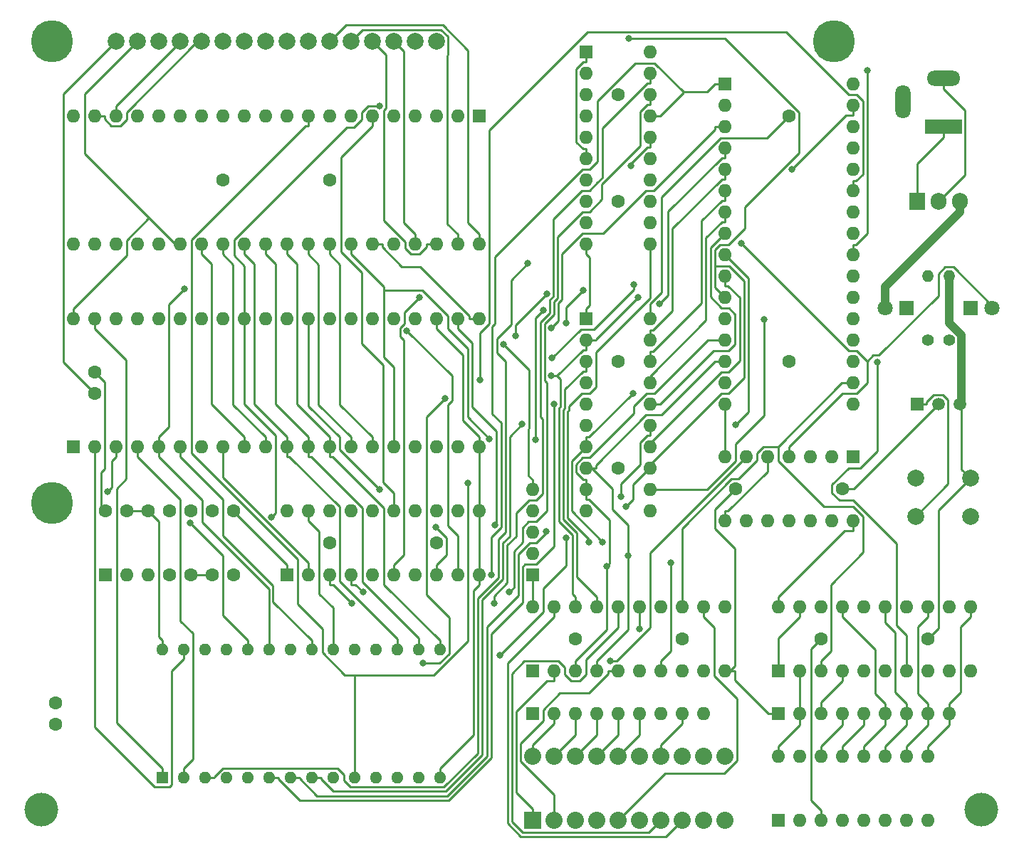
<source format=gbr>
%TF.GenerationSoftware,KiCad,Pcbnew,7.0.7*%
%TF.CreationDate,2023-09-27T12:16:48+03:00*%
%TF.ProjectId,main,6d61696e-2e6b-4696-9361-645f70636258,rev?*%
%TF.SameCoordinates,Original*%
%TF.FileFunction,Copper,L2,Bot*%
%TF.FilePolarity,Positive*%
%FSLAX46Y46*%
G04 Gerber Fmt 4.6, Leading zero omitted, Abs format (unit mm)*
G04 Created by KiCad (PCBNEW 7.0.7) date 2023-09-27 12:16:48*
%MOMM*%
%LPD*%
G01*
G04 APERTURE LIST*
%TA.AperFunction,ComponentPad*%
%ADD10R,1.800000X1.800000*%
%TD*%
%TA.AperFunction,ComponentPad*%
%ADD11C,1.800000*%
%TD*%
%TA.AperFunction,ComponentPad*%
%ADD12R,1.600000X1.600000*%
%TD*%
%TA.AperFunction,ComponentPad*%
%ADD13O,1.600000X1.600000*%
%TD*%
%TA.AperFunction,ComponentPad*%
%ADD14C,1.600000*%
%TD*%
%TA.AperFunction,ComponentPad*%
%ADD15C,4.000000*%
%TD*%
%TA.AperFunction,ComponentPad*%
%ADD16R,1.440000X1.440000*%
%TD*%
%TA.AperFunction,ComponentPad*%
%ADD17O,1.440000X1.440000*%
%TD*%
%TA.AperFunction,ComponentPad*%
%ADD18R,4.400000X1.800000*%
%TD*%
%TA.AperFunction,ComponentPad*%
%ADD19O,4.000000X1.800000*%
%TD*%
%TA.AperFunction,ComponentPad*%
%ADD20O,1.800000X4.000000*%
%TD*%
%TA.AperFunction,ComponentPad*%
%ADD21C,1.400000*%
%TD*%
%TA.AperFunction,ComponentPad*%
%ADD22O,1.400000X1.400000*%
%TD*%
%TA.AperFunction,ComponentPad*%
%ADD23C,5.000000*%
%TD*%
%TA.AperFunction,ComponentPad*%
%ADD24C,2.000000*%
%TD*%
%TA.AperFunction,ComponentPad*%
%ADD25R,1.500000X1.500000*%
%TD*%
%TA.AperFunction,ComponentPad*%
%ADD26C,1.500000*%
%TD*%
%TA.AperFunction,ComponentPad*%
%ADD27R,2.032000X2.032000*%
%TD*%
%TA.AperFunction,ComponentPad*%
%ADD28C,2.032000*%
%TD*%
%TA.AperFunction,ComponentPad*%
%ADD29R,1.905000X2.000000*%
%TD*%
%TA.AperFunction,ComponentPad*%
%ADD30O,1.905000X2.000000*%
%TD*%
%TA.AperFunction,ViaPad*%
%ADD31C,0.800000*%
%TD*%
%TA.AperFunction,Conductor*%
%ADD32C,0.250000*%
%TD*%
%TA.AperFunction,Conductor*%
%ADD33C,1.000000*%
%TD*%
G04 APERTURE END LIST*
D10*
%TO.P,D1,1,K*%
%TO.N,Net-(D1-K)*%
X121920000Y73660000D03*
D11*
%TO.P,D1,2,A*%
%TO.N,+5V*%
X119380000Y73660000D03*
%TD*%
D12*
%TO.P,U4,1,OE*%
%TO.N,GND*%
X83820000Y72390000D03*
D13*
%TO.P,U4,2,D0*%
%TO.N,AD_{7}*%
X83820000Y69850000D03*
%TO.P,U4,3,D1*%
%TO.N,AD_{6}*%
X83820000Y67310000D03*
%TO.P,U4,4,D2*%
%TO.N,AD_{5}*%
X83820000Y64770000D03*
%TO.P,U4,5,D3*%
%TO.N,AD_{4}*%
X83820000Y62230000D03*
%TO.P,U4,6,D4*%
%TO.N,AD_{3}*%
X83820000Y59690000D03*
%TO.P,U4,7,D5*%
%TO.N,AD_{2}*%
X83820000Y57150000D03*
%TO.P,U4,8,D6*%
%TO.N,AD_{1}*%
X83820000Y54610000D03*
%TO.P,U4,9,D7*%
%TO.N,AD_{0}*%
X83820000Y52070000D03*
%TO.P,U4,10,GND*%
%TO.N,GND*%
X83820000Y49530000D03*
%TO.P,U4,11,Load*%
%TO.N,ALE*%
X91440000Y49530000D03*
%TO.P,U4,12,Q7*%
%TO.N,A_{0}*%
X91440000Y52070000D03*
%TO.P,U4,13,Q6*%
%TO.N,A_{1}*%
X91440000Y54610000D03*
%TO.P,U4,14,Q5*%
%TO.N,A_{2}*%
X91440000Y57150000D03*
%TO.P,U4,15,Q4*%
%TO.N,A_{3}*%
X91440000Y59690000D03*
%TO.P,U4,16,Q3*%
%TO.N,A_{4}*%
X91440000Y62230000D03*
%TO.P,U4,17,Q2*%
%TO.N,A_{5}*%
X91440000Y64770000D03*
%TO.P,U4,18,Q1*%
%TO.N,A_{6}*%
X91440000Y67310000D03*
%TO.P,U4,19,Q0*%
%TO.N,A_{7}*%
X91440000Y69850000D03*
%TO.P,U4,20,VCC*%
%TO.N,+5V*%
X91440000Y72390000D03*
%TD*%
D14*
%TO.P,C2,1*%
%TO.N,+5V*%
X40640000Y88900000D03*
%TO.P,C2,2*%
%TO.N,GND*%
X53340000Y88900000D03*
%TD*%
D12*
%TO.P,RN4,1,common*%
%TO.N,GND*%
X106680000Y25400000D03*
D13*
%TO.P,RN4,2,R1*%
%TO.N,Net-(RN4-R1)*%
X109220000Y25400000D03*
%TO.P,RN4,3,R2*%
%TO.N,Net-(RN4-R2)*%
X111760000Y25400000D03*
%TO.P,RN4,4,R3*%
%TO.N,Net-(RN4-R3)*%
X114300000Y25400000D03*
%TO.P,RN4,5,R4*%
%TO.N,Net-(RN4-R4)*%
X116840000Y25400000D03*
%TO.P,RN4,6,R5*%
%TO.N,Net-(RN4-R5)*%
X119380000Y25400000D03*
%TO.P,RN4,7,R6*%
%TO.N,Net-(RN4-R6)*%
X121920000Y25400000D03*
%TO.P,RN4,8,R7*%
%TO.N,Net-(RN4-R7)*%
X124460000Y25400000D03*
%TO.P,RN4,9,R8*%
%TO.N,Net-(RN4-R8)*%
X127000000Y25400000D03*
%TD*%
D15*
%TO.P,H1,*%
%TO.N,*%
X19050000Y13970000D03*
%TD*%
D14*
%TO.P,C10,1*%
%TO.N,+5V*%
X111760000Y34290000D03*
%TO.P,C10,2*%
%TO.N,GND*%
X124460000Y34290000D03*
%TD*%
D12*
%TO.P,U1,1,GND*%
%TO.N,GND*%
X22860000Y57150000D03*
D13*
%TO.P,U1,2,A14*%
%TO.N,A_{14}*%
X25400000Y57150000D03*
%TO.P,U1,3,A13*%
%TO.N,A_{13}*%
X27940000Y57150000D03*
%TO.P,U1,4,A12*%
%TO.N,A_{12}*%
X30480000Y57150000D03*
%TO.P,U1,5,A11*%
%TO.N,A_{11}*%
X33020000Y57150000D03*
%TO.P,U1,6,A10*%
%TO.N,A_{10}*%
X35560000Y57150000D03*
%TO.P,U1,7,A9*%
%TO.N,A_{9}*%
X38100000Y57150000D03*
%TO.P,U1,8,A8*%
%TO.N,A_{8}*%
X40640000Y57150000D03*
%TO.P,U1,9,AD7*%
%TO.N,AD_{7}*%
X43180000Y57150000D03*
%TO.P,U1,10,AD6*%
%TO.N,AD_{6}*%
X45720000Y57150000D03*
%TO.P,U1,11,AD5*%
%TO.N,AD_{5}*%
X48260000Y57150000D03*
%TO.P,U1,12,AD4*%
%TO.N,AD_{4}*%
X50800000Y57150000D03*
%TO.P,U1,13,AD3*%
%TO.N,AD_{3}*%
X53340000Y57150000D03*
%TO.P,U1,14,AD2*%
%TO.N,AD_{2}*%
X55880000Y57150000D03*
%TO.P,U1,15,AD1*%
%TO.N,AD_{1}*%
X58420000Y57150000D03*
%TO.P,U1,16,AD0*%
%TO.N,AD_{0}*%
X60960000Y57150000D03*
%TO.P,U1,17,NMI*%
%TO.N,Net-(RN1B-R2.2)*%
X63500000Y57150000D03*
%TO.P,U1,18,INTR*%
%TO.N,Net-(RN1C-R3.2)*%
X66040000Y57150000D03*
%TO.P,U1,19,CLK*%
%TO.N,CLK*%
X68580000Y57150000D03*
%TO.P,U1,20,GND*%
%TO.N,GND*%
X71120000Y57150000D03*
%TO.P,U1,21,RESET*%
%TO.N,RES*%
X71120000Y72390000D03*
%TO.P,U1,22,READY*%
%TO.N,Net-(RN1A-R1.2)*%
X68580000Y72390000D03*
%TO.P,U1,23,~{TEST}*%
%TO.N,GND*%
X66040000Y72390000D03*
%TO.P,U1,24,~{INTA}*%
%TO.N,unconnected-(U1-~{INTA}-Pad24)*%
X63500000Y72390000D03*
%TO.P,U1,25,ALE*%
%TO.N,ALE*%
X60960000Y72390000D03*
%TO.P,U1,26,DEN*%
%TO.N,unconnected-(U1-DEN-Pad26)*%
X58420000Y72390000D03*
%TO.P,U1,27,DT/~{R}*%
%TO.N,unconnected-(U1-DT{slash}~{R}-Pad27)*%
X55880000Y72390000D03*
%TO.P,U1,28,IO/~{M}*%
%TO.N,IO{slash}~{M}*%
X53340000Y72390000D03*
%TO.P,U1,29,WR*%
%TO.N,~{WR}*%
X50800000Y72390000D03*
%TO.P,U1,30,HLDA*%
%TO.N,unconnected-(U1-HLDA-Pad30)*%
X48260000Y72390000D03*
%TO.P,U1,31,HOLD*%
%TO.N,unconnected-(U1-HOLD-Pad31)*%
X45720000Y72390000D03*
%TO.P,U1,32,~{RD}*%
%TO.N,~{RD}*%
X43180000Y72390000D03*
%TO.P,U1,33,MN/~{MX}*%
%TO.N,Net-(RN1D-R4.2)*%
X40640000Y72390000D03*
%TO.P,U1,34,~{SSO}*%
%TO.N,unconnected-(U1-~{SSO}-Pad34)*%
X38100000Y72390000D03*
%TO.P,U1,35,A19/S6*%
%TO.N,AS_{19}*%
X35560000Y72390000D03*
%TO.P,U1,36,A18/S5*%
%TO.N,AS_{18}*%
X33020000Y72390000D03*
%TO.P,U1,37,A17/S4*%
%TO.N,AS_{17}*%
X30480000Y72390000D03*
%TO.P,U1,38,A16/S3*%
%TO.N,AS_{16}*%
X27940000Y72390000D03*
%TO.P,U1,39,A15*%
%TO.N,A_{15}*%
X25400000Y72390000D03*
%TO.P,U1,40,VCC*%
%TO.N,+5V*%
X22860000Y72390000D03*
%TD*%
D14*
%TO.P,C5,1*%
%TO.N,+5V*%
X87630000Y67310000D03*
%TO.P,C5,2*%
%TO.N,GND*%
X87630000Y54610000D03*
%TD*%
%TO.P,C7,1*%
%TO.N,+5V*%
X53340000Y45720000D03*
%TO.P,C7,2*%
%TO.N,GND*%
X66040000Y45720000D03*
%TD*%
D12*
%TO.P,U14,1,1OE*%
%TO.N,IN~{EN}*%
X106680000Y30480000D03*
D13*
%TO.P,U14,2,1A0*%
%TO.N,Net-(RN4-R1)*%
X109220000Y30480000D03*
%TO.P,U14,3,2Y0*%
%TO.N,AD_{4}*%
X111760000Y30480000D03*
%TO.P,U14,4,1A1*%
%TO.N,Net-(RN4-R2)*%
X114300000Y30480000D03*
%TO.P,U14,5,2Y1*%
%TO.N,AD_{5}*%
X116840000Y30480000D03*
%TO.P,U14,6,1A2*%
%TO.N,Net-(RN4-R3)*%
X119380000Y30480000D03*
%TO.P,U14,7,2Y2*%
%TO.N,AD_{6}*%
X121920000Y30480000D03*
%TO.P,U14,8,1A3*%
%TO.N,Net-(RN4-R4)*%
X124460000Y30480000D03*
%TO.P,U14,9,2Y3*%
%TO.N,AD_{7}*%
X127000000Y30480000D03*
%TO.P,U14,10,GND*%
%TO.N,GND*%
X129540000Y30480000D03*
%TO.P,U14,11,2A3*%
%TO.N,Net-(RN4-R8)*%
X129540000Y38100000D03*
%TO.P,U14,12,1Y3*%
%TO.N,AD_{3}*%
X127000000Y38100000D03*
%TO.P,U14,13,2A2*%
%TO.N,Net-(RN4-R7)*%
X124460000Y38100000D03*
%TO.P,U14,14,1Y2*%
%TO.N,AD_{2}*%
X121920000Y38100000D03*
%TO.P,U14,15,2A1*%
%TO.N,Net-(RN4-R6)*%
X119380000Y38100000D03*
%TO.P,U14,16,1Y1*%
%TO.N,AD_{1}*%
X116840000Y38100000D03*
%TO.P,U14,17,2A0*%
%TO.N,Net-(RN4-R5)*%
X114300000Y38100000D03*
%TO.P,U14,18,1Y0*%
%TO.N,AD_{0}*%
X111760000Y38100000D03*
%TO.P,U14,19,2OE*%
%TO.N,IN~{EN}*%
X109220000Y38100000D03*
%TO.P,U14,20,VCC*%
%TO.N,+5V*%
X106680000Y38100000D03*
%TD*%
D14*
%TO.P,C3,1*%
%TO.N,+5V*%
X25400000Y66040000D03*
%TO.P,C3,2*%
%TO.N,GND*%
X25400000Y63540000D03*
%TD*%
D16*
%TO.P,U2,1,A15*%
%TO.N,A_{15}*%
X33420000Y17780000D03*
D17*
%TO.P,U2,2,A12*%
%TO.N,A_{12}*%
X35960000Y17780000D03*
%TO.P,U2,3,A7*%
%TO.N,A_{7}*%
X38500000Y17780000D03*
%TO.P,U2,4,A6*%
%TO.N,A_{6}*%
X41040000Y17780000D03*
%TO.P,U2,5,A5*%
%TO.N,A_{5}*%
X43580000Y17780000D03*
%TO.P,U2,6,A4*%
%TO.N,A_{4}*%
X46120000Y17780000D03*
%TO.P,U2,7,A3*%
%TO.N,A_{3}*%
X48660000Y17780000D03*
%TO.P,U2,8,A2*%
%TO.N,A_{2}*%
X51200000Y17780000D03*
%TO.P,U2,9,A1*%
%TO.N,A_{1}*%
X53740000Y17780000D03*
%TO.P,U2,10,A0*%
%TO.N,A_{0}*%
X56280000Y17780000D03*
%TO.P,U2,11,D0*%
%TO.N,AD_{0}*%
X58820000Y17780000D03*
%TO.P,U2,12,D1*%
%TO.N,AD_{1}*%
X61360000Y17780000D03*
%TO.P,U2,13,D2*%
%TO.N,AD_{2}*%
X63900000Y17780000D03*
%TO.P,U2,14,GND*%
%TO.N,GND*%
X66440000Y17780000D03*
%TO.P,U2,15,D3*%
%TO.N,AD_{3}*%
X66440000Y33020000D03*
%TO.P,U2,16,D4*%
%TO.N,AD_{4}*%
X63900000Y33020000D03*
%TO.P,U2,17,D5*%
%TO.N,AD_{5}*%
X61360000Y33020000D03*
%TO.P,U2,18,D6*%
%TO.N,AD_{6}*%
X58820000Y33020000D03*
%TO.P,U2,19,D7*%
%TO.N,AD_{7}*%
X56280000Y33020000D03*
%TO.P,U2,20,~{CE}*%
%TO.N,ROM~{EN}*%
X53740000Y33020000D03*
%TO.P,U2,21,A10*%
%TO.N,A_{10}*%
X51200000Y33020000D03*
%TO.P,U2,22,~{OE}*%
%TO.N,~{RD}*%
X48660000Y33020000D03*
%TO.P,U2,23,A11*%
%TO.N,A_{11}*%
X46120000Y33020000D03*
%TO.P,U2,24,A9*%
%TO.N,A_{9}*%
X43580000Y33020000D03*
%TO.P,U2,25,A8*%
%TO.N,A_{8}*%
X41040000Y33020000D03*
%TO.P,U2,26,A13*%
%TO.N,A_{13}*%
X38500000Y33020000D03*
%TO.P,U2,27,A14*%
%TO.N,A_{14}*%
X35960000Y33020000D03*
%TO.P,U2,28,VCC*%
%TO.N,+5V*%
X33420000Y33020000D03*
%TD*%
D14*
%TO.P,C6,1*%
%TO.N,+5V*%
X107950000Y96520000D03*
%TO.P,C6,2*%
%TO.N,GND*%
X107950000Y67310000D03*
%TD*%
D10*
%TO.P,D2,1,K*%
%TO.N,Net-(D2-K)*%
X129540000Y73660000D03*
D11*
%TO.P,D2,2,A*%
%TO.N,RES*%
X132080000Y73660000D03*
%TD*%
D14*
%TO.P,C4,1*%
%TO.N,+5V*%
X87630000Y99060000D03*
%TO.P,C4,2*%
%TO.N,GND*%
X87630000Y86360000D03*
%TD*%
D12*
%TO.P,RN3,1,common*%
%TO.N,GND*%
X77470000Y25400000D03*
D13*
%TO.P,RN3,2,R1*%
%TO.N,Net-(RN3-R1)*%
X80010000Y25400000D03*
%TO.P,RN3,3,R2*%
%TO.N,Net-(RN3-R2)*%
X82550000Y25400000D03*
%TO.P,RN3,4,R3*%
%TO.N,Net-(RN3-R3)*%
X85090000Y25400000D03*
%TO.P,RN3,5,R4*%
%TO.N,Net-(RN3-R4)*%
X87630000Y25400000D03*
%TO.P,RN3,6,R5*%
%TO.N,Net-(RN3-R5)*%
X90170000Y25400000D03*
%TO.P,RN3,7,R6*%
%TO.N,Net-(RN3-R6)*%
X92710000Y25400000D03*
%TO.P,RN3,8,R7*%
%TO.N,Net-(RN3-R7)*%
X95250000Y25400000D03*
%TO.P,RN3,9,R8*%
%TO.N,Net-(RN3-R8)*%
X97790000Y25400000D03*
%TD*%
D15*
%TO.P,H2,*%
%TO.N,*%
X130810000Y13970000D03*
%TD*%
D18*
%TO.P,J1,1*%
%TO.N,Net-(U10-IN)*%
X126330000Y95250000D03*
D19*
%TO.P,J1,2*%
%TO.N,GND*%
X126330000Y101050000D03*
D20*
%TO.P,J1,3*%
%TO.N,N/C*%
X121530000Y98250000D03*
%TD*%
D12*
%TO.P,U13,1,~{Mr}*%
%TO.N,Net-(U13-~{Mr})*%
X77470000Y30480000D03*
D13*
%TO.P,U13,2,Q0*%
%TO.N,Net-(U13-Q0)*%
X80010000Y30480000D03*
%TO.P,U13,3,D0*%
%TO.N,AD_{0}*%
X82550000Y30480000D03*
%TO.P,U13,4,D1*%
%TO.N,AD_{1}*%
X85090000Y30480000D03*
%TO.P,U13,5,Q1*%
%TO.N,Net-(U13-Q1)*%
X87630000Y30480000D03*
%TO.P,U13,6,Q2*%
%TO.N,Net-(U13-Q2)*%
X90170000Y30480000D03*
%TO.P,U13,7,D2*%
%TO.N,AD_{2}*%
X92710000Y30480000D03*
%TO.P,U13,8,D3*%
%TO.N,AD_{3}*%
X95250000Y30480000D03*
%TO.P,U13,9,Q3*%
%TO.N,Net-(U13-Q3)*%
X97790000Y30480000D03*
%TO.P,U13,10,GND*%
%TO.N,GND*%
X100330000Y30480000D03*
%TO.P,U13,11,Cp*%
%TO.N,OUT~{EN}*%
X100330000Y38100000D03*
%TO.P,U13,12,Q4*%
%TO.N,Net-(U13-Q4)*%
X97790000Y38100000D03*
%TO.P,U13,13,D4*%
%TO.N,AD_{4}*%
X95250000Y38100000D03*
%TO.P,U13,14,D5*%
%TO.N,AD_{5}*%
X92710000Y38100000D03*
%TO.P,U13,15,Q5*%
%TO.N,Net-(U13-Q5)*%
X90170000Y38100000D03*
%TO.P,U13,16,Q6*%
%TO.N,Net-(U13-Q6)*%
X87630000Y38100000D03*
%TO.P,U13,17,D6*%
%TO.N,AD_{6}*%
X85090000Y38100000D03*
%TO.P,U13,18,D7*%
%TO.N,AD_{7}*%
X82550000Y38100000D03*
%TO.P,U13,19,Q7*%
%TO.N,Net-(U13-Q7)*%
X80010000Y38100000D03*
%TO.P,U13,20,VCC*%
%TO.N,+5V*%
X77470000Y38100000D03*
%TD*%
D12*
%TO.P,RN1,1,R1*%
%TO.N,+5V*%
X77470000Y41890000D03*
D13*
%TO.P,RN1,2,R1.2*%
%TO.N,Net-(RN1A-R1.2)*%
X77470000Y44430000D03*
%TO.P,RN1,3,R2.2*%
%TO.N,Net-(RN1B-R2.2)*%
X77470000Y46970000D03*
%TO.P,RN1,4,R3.2*%
%TO.N,Net-(RN1C-R3.2)*%
X77470000Y49510000D03*
%TO.P,RN1,5,R4.2*%
%TO.N,Net-(RN1D-R4.2)*%
X77470000Y52050000D03*
%TD*%
D21*
%TO.P,R3,1*%
%TO.N,Net-(D2-K)*%
X127000000Y69850000D03*
D22*
%TO.P,R3,2*%
%TO.N,GND*%
X127000000Y77470000D03*
%TD*%
D14*
%TO.P,U11,*%
%TO.N,*%
X34290000Y49530000D03*
X34290000Y41910000D03*
D12*
%TO.P,U11,1,EN*%
%TO.N,unconnected-(U11-EN-Pad1)*%
X26670000Y41910000D03*
D13*
%TO.P,U11,2*%
%TO.N,unconnected-(U11-Pad2)*%
X29210000Y41910000D03*
%TO.P,U11,3*%
%TO.N,unconnected-(U11-Pad3)*%
X31750000Y41910000D03*
D14*
%TO.P,U11,5*%
%TO.N,GND*%
X36830000Y41910000D03*
%TO.P,U11,6*%
X39370000Y41910000D03*
%TO.P,U11,7,GND*%
X41910000Y41910000D03*
%TO.P,U11,8,OUT*%
%TO.N,Net-(U11-OUT)*%
X41910000Y49530000D03*
%TO.P,U11,9*%
X39370000Y49530000D03*
%TO.P,U11,10*%
X36830000Y49530000D03*
%TO.P,U11,12*%
%TO.N,+5V*%
X31750000Y49530000D03*
%TO.P,U11,13*%
X29210000Y49530000D03*
%TO.P,U11,14,Vcc*%
X26670000Y49530000D03*
%TD*%
D12*
%TO.P,U3,1,A18*%
%TO.N,A_{18}*%
X100330000Y100330000D03*
D13*
%TO.P,U3,2,A16*%
%TO.N,A_{16}*%
X100330000Y97790000D03*
%TO.P,U3,3,A14*%
%TO.N,A_{14}*%
X100330000Y95250000D03*
%TO.P,U3,4,A12*%
%TO.N,A_{12}*%
X100330000Y92710000D03*
%TO.P,U3,5,A7*%
%TO.N,A_{7}*%
X100330000Y90170000D03*
%TO.P,U3,6,A6*%
%TO.N,A_{6}*%
X100330000Y87630000D03*
%TO.P,U3,7,A5*%
%TO.N,A_{5}*%
X100330000Y85090000D03*
%TO.P,U3,8,A4*%
%TO.N,A_{4}*%
X100330000Y82550000D03*
%TO.P,U3,9,A3*%
%TO.N,A_{3}*%
X100330000Y80010000D03*
%TO.P,U3,10,A2*%
%TO.N,A_{2}*%
X100330000Y77470000D03*
%TO.P,U3,11,A1*%
%TO.N,A_{1}*%
X100330000Y74930000D03*
%TO.P,U3,12,A0*%
%TO.N,A_{0}*%
X100330000Y72390000D03*
%TO.P,U3,13,DQ0*%
%TO.N,AD_{0}*%
X100330000Y69850000D03*
%TO.P,U3,14,DQ1*%
%TO.N,AD_{1}*%
X100330000Y67310000D03*
%TO.P,U3,15,DQ2*%
%TO.N,AD_{2}*%
X100330000Y64770000D03*
%TO.P,U3,16,VSS*%
%TO.N,GND*%
X100330000Y62230000D03*
%TO.P,U3,17,DQ3*%
%TO.N,AD_{3}*%
X115570000Y62230000D03*
%TO.P,U3,18,DQ4*%
%TO.N,AD_{4}*%
X115570000Y64770000D03*
%TO.P,U3,19,DQ5*%
%TO.N,AD_{5}*%
X115570000Y67310000D03*
%TO.P,U3,20,DQ6*%
%TO.N,AD_{6}*%
X115570000Y69850000D03*
%TO.P,U3,21,DQ7*%
%TO.N,AD_{7}*%
X115570000Y72390000D03*
%TO.P,U3,22,CE#*%
%TO.N,RAM~{EN}*%
X115570000Y74930000D03*
%TO.P,U3,23,A10*%
%TO.N,A_{10}*%
X115570000Y77470000D03*
%TO.P,U3,24,OE#*%
%TO.N,~{RD}*%
X115570000Y80010000D03*
%TO.P,U3,25,A11*%
%TO.N,A_{11}*%
X115570000Y82550000D03*
%TO.P,U3,26,A9*%
%TO.N,A_{9}*%
X115570000Y85090000D03*
%TO.P,U3,27,A8*%
%TO.N,A_{8}*%
X115570000Y87630000D03*
%TO.P,U3,28,A13*%
%TO.N,A_{13}*%
X115570000Y90170000D03*
%TO.P,U3,29,WE#*%
%TO.N,~{WR}*%
X115570000Y92710000D03*
%TO.P,U3,30,A17*%
%TO.N,A_{17}*%
X115570000Y95250000D03*
%TO.P,U3,31,A15*%
%TO.N,A_{15}*%
X115570000Y97790000D03*
%TO.P,U3,32,VCC*%
%TO.N,+5V*%
X115570000Y100330000D03*
%TD*%
D12*
%TO.P,SW6,1*%
%TO.N,+5V*%
X106680000Y12700000D03*
D13*
%TO.P,SW6,2*%
X109220000Y12700000D03*
%TO.P,SW6,3*%
X111760000Y12700000D03*
%TO.P,SW6,4*%
X114300000Y12700000D03*
%TO.P,SW6,5*%
X116840000Y12700000D03*
%TO.P,SW6,6*%
X119380000Y12700000D03*
%TO.P,SW6,7*%
X121920000Y12700000D03*
%TO.P,SW6,8*%
X124460000Y12700000D03*
%TO.P,SW6,9*%
%TO.N,Net-(RN4-R8)*%
X124460000Y20320000D03*
%TO.P,SW6,10*%
%TO.N,Net-(RN4-R7)*%
X121920000Y20320000D03*
%TO.P,SW6,11*%
%TO.N,Net-(RN4-R6)*%
X119380000Y20320000D03*
%TO.P,SW6,12*%
%TO.N,Net-(RN4-R5)*%
X116840000Y20320000D03*
%TO.P,SW6,13*%
%TO.N,Net-(RN4-R4)*%
X114300000Y20320000D03*
%TO.P,SW6,14*%
%TO.N,Net-(RN4-R3)*%
X111760000Y20320000D03*
%TO.P,SW6,15*%
%TO.N,Net-(RN4-R2)*%
X109220000Y20320000D03*
%TO.P,SW6,16*%
%TO.N,Net-(RN4-R1)*%
X106680000Y20320000D03*
%TD*%
D14*
%TO.P,C8,2*%
%TO.N,GND*%
X101600000Y52150000D03*
%TO.P,C8,1*%
%TO.N,+5V*%
X114300000Y52150000D03*
%TD*%
%TO.P,C11,1*%
%TO.N,+5V*%
X20720000Y26670000D03*
%TO.P,C11,2*%
%TO.N,GND*%
X20720000Y24170000D03*
%TD*%
D23*
%TO.P,LCD1,*%
%TO.N,*%
X20320000Y105410000D03*
X20320000Y50450000D03*
D24*
X33020000Y105410000D03*
X63500000Y105410000D03*
X66040000Y105410000D03*
D23*
X113280000Y105410000D03*
D24*
%TO.P,LCD1,1,GND*%
%TO.N,GND*%
X27940000Y105410000D03*
%TO.P,LCD1,2,Vdd*%
%TO.N,+5V*%
X30480000Y105410000D03*
%TO.P,LCD1,4,RS*%
%TO.N,Net-(LCD1-RS)*%
X35560000Y105410000D03*
%TO.P,LCD1,5,R~{W}*%
%TO.N,Net-(LCD1-R~{W})*%
X38100000Y105410000D03*
%TO.P,LCD1,6,E*%
%TO.N,Net-(LCD1-E)*%
X40640000Y105410000D03*
%TO.P,LCD1,7,D_{0}*%
%TO.N,Net-(LCD1-D_{0})*%
X43180000Y105410000D03*
%TO.P,LCD1,8,D_{1}*%
%TO.N,Net-(LCD1-D_{1})*%
X45720000Y105410000D03*
%TO.P,LCD1,9,D_{2}*%
%TO.N,Net-(LCD1-D_{2})*%
X48260000Y105410000D03*
%TO.P,LCD1,10,D_{3}*%
%TO.N,Net-(LCD1-D_{3})*%
X50800000Y105410000D03*
%TO.P,LCD1,11,D_{4}*%
%TO.N,Net-(LCD1-D_{4})*%
X53340000Y105410000D03*
%TO.P,LCD1,12,D_{5}*%
%TO.N,Net-(LCD1-D_{5})*%
X55880000Y105410000D03*
%TO.P,LCD1,13,D_{6}*%
%TO.N,Net-(LCD1-D_{6})*%
X58420000Y105410000D03*
%TO.P,LCD1,14,D_{7}*%
%TO.N,Net-(LCD1-D_{7})*%
X60960000Y105410000D03*
%TD*%
D12*
%TO.P,U12,1,PA3*%
%TO.N,Net-(LCD1-D_{3})*%
X71120000Y96520000D03*
D13*
%TO.P,U12,2,PA2*%
%TO.N,Net-(LCD1-D_{2})*%
X68580000Y96520000D03*
%TO.P,U12,3,PA1*%
%TO.N,Net-(LCD1-D_{1})*%
X66040000Y96520000D03*
%TO.P,U12,4,PA0*%
%TO.N,Net-(LCD1-D_{0})*%
X63500000Y96520000D03*
%TO.P,U12,5,~{RD}*%
%TO.N,~{RD}*%
X60960000Y96520000D03*
%TO.P,U12,6,~{CS}*%
%TO.N,IO~{EN}*%
X58420000Y96520000D03*
%TO.P,U12,7,GND*%
%TO.N,GND*%
X55880000Y96520000D03*
%TO.P,U12,8,A1*%
%TO.N,A_{1}*%
X53340000Y96520000D03*
%TO.P,U12,9,A0*%
%TO.N,A_{0}*%
X50800000Y96520000D03*
%TO.P,U12,10,PC7*%
%TO.N,unconnected-(U12-PC7-Pad10)*%
X48260000Y96520000D03*
%TO.P,U12,11,PC6*%
%TO.N,unconnected-(U12-PC6-Pad11)*%
X45720000Y96520000D03*
%TO.P,U12,12,PC5*%
%TO.N,unconnected-(U12-PC5-Pad12)*%
X43180000Y96520000D03*
%TO.P,U12,13,PC4*%
%TO.N,unconnected-(U12-PC4-Pad13)*%
X40640000Y96520000D03*
%TO.P,U12,14,PC0*%
%TO.N,unconnected-(U12-PC0-Pad14)*%
X38100000Y96520000D03*
%TO.P,U12,15,PC1*%
%TO.N,unconnected-(U12-PC1-Pad15)*%
X35560000Y96520000D03*
%TO.P,U12,16,PC2*%
%TO.N,unconnected-(U12-PC2-Pad16)*%
X33020000Y96520000D03*
%TO.P,U12,17,PC3*%
%TO.N,unconnected-(U12-PC3-Pad17)*%
X30480000Y96520000D03*
%TO.P,U12,18,PB0*%
%TO.N,Net-(LCD1-RS)*%
X27940000Y96520000D03*
%TO.P,U12,19,PB1*%
%TO.N,Net-(LCD1-R~{W})*%
X25400000Y96520000D03*
%TO.P,U12,20,PB2*%
%TO.N,Net-(LCD1-E)*%
X22860000Y96520000D03*
%TO.P,U12,21,PB3*%
%TO.N,unconnected-(U12-PB3-Pad21)*%
X22860000Y81280000D03*
%TO.P,U12,22,PB4*%
%TO.N,unconnected-(U12-PB4-Pad22)*%
X25400000Y81280000D03*
%TO.P,U12,23,PB5*%
%TO.N,unconnected-(U12-PB5-Pad23)*%
X27940000Y81280000D03*
%TO.P,U12,24,PB6*%
%TO.N,unconnected-(U12-PB6-Pad24)*%
X30480000Y81280000D03*
%TO.P,U12,25,PB7*%
%TO.N,unconnected-(U12-PB7-Pad25)*%
X33020000Y81280000D03*
%TO.P,U12,26,VCC*%
%TO.N,+5V*%
X35560000Y81280000D03*
%TO.P,U12,27,D7*%
%TO.N,AD_{7}*%
X38100000Y81280000D03*
%TO.P,U12,28,D6*%
%TO.N,AD_{6}*%
X40640000Y81280000D03*
%TO.P,U12,29,D5*%
%TO.N,AD_{5}*%
X43180000Y81280000D03*
%TO.P,U12,30,D4*%
%TO.N,AD_{4}*%
X45720000Y81280000D03*
%TO.P,U12,31,D3*%
%TO.N,AD_{3}*%
X48260000Y81280000D03*
%TO.P,U12,32,D2*%
%TO.N,AD_{2}*%
X50800000Y81280000D03*
%TO.P,U12,33,D1*%
%TO.N,AD_{1}*%
X53340000Y81280000D03*
%TO.P,U12,34,D0*%
%TO.N,AD_{0}*%
X55880000Y81280000D03*
%TO.P,U12,35,RESET*%
%TO.N,RES*%
X58420000Y81280000D03*
%TO.P,U12,36,~{WR}*%
%TO.N,~{WR}*%
X60960000Y81280000D03*
%TO.P,U12,37,PA7*%
%TO.N,Net-(LCD1-D_{7})*%
X63500000Y81280000D03*
%TO.P,U12,38,PA6*%
%TO.N,Net-(LCD1-D_{6})*%
X66040000Y81280000D03*
%TO.P,U12,39,PA5*%
%TO.N,Net-(LCD1-D_{5})*%
X68580000Y81280000D03*
%TO.P,U12,40,PA4*%
%TO.N,Net-(LCD1-D_{4})*%
X71120000Y81280000D03*
%TD*%
D25*
%TO.P,U7,1,~{RST}*%
%TO.N,Net-(U7-~{RST})*%
X123190000Y62230000D03*
D26*
%TO.P,U7,2,VCC*%
%TO.N,+5V*%
X125730000Y62230000D03*
%TO.P,U7,3,GND*%
%TO.N,GND*%
X128270000Y62230000D03*
%TD*%
D14*
%TO.P,C9,1*%
%TO.N,+5V*%
X82550000Y34290000D03*
%TO.P,C9,2*%
%TO.N,GND*%
X95250000Y34290000D03*
%TD*%
D21*
%TO.P,R2,1*%
%TO.N,Net-(D1-K)*%
X124460000Y69850000D03*
D22*
%TO.P,R2,2*%
%TO.N,GND*%
X124460000Y77470000D03*
%TD*%
D13*
%TO.P,U8,14,VCC*%
%TO.N,+5V*%
X115570000Y48340000D03*
%TO.P,U8,13*%
%TO.N,unconnected-(U8-Pad13)*%
X113030000Y48340000D03*
%TO.P,U8,12*%
%TO.N,unconnected-(U8-Pad12)*%
X110490000Y48340000D03*
%TO.P,U8,11*%
%TO.N,unconnected-(U8-Pad11)*%
X107950000Y48340000D03*
%TO.P,U8,10*%
%TO.N,Net-(U7-~{RST})*%
X105410000Y48340000D03*
%TO.P,U8,9*%
X102870000Y48340000D03*
%TO.P,U8,8*%
%TO.N,RES*%
X100330000Y48340000D03*
%TO.P,U8,7,GND*%
%TO.N,GND*%
X100330000Y55960000D03*
%TO.P,U8,6*%
%TO.N,Net-(U13-~{Mr})*%
X102870000Y55960000D03*
%TO.P,U8,5*%
%TO.N,RES*%
X105410000Y55960000D03*
%TO.P,U8,4*%
X107950000Y55960000D03*
%TO.P,U8,3*%
%TO.N,CLK*%
X110490000Y55960000D03*
%TO.P,U8,2*%
%TO.N,Net-(U6-IO7)*%
X113030000Y55960000D03*
D12*
%TO.P,U8,1*%
X115570000Y55960000D03*
%TD*%
%TO.P,U6,1,I1/CLK*%
%TO.N,Net-(U11-OUT)*%
X48260000Y41910000D03*
D13*
%TO.P,U6,2,I2*%
%TO.N,A_{8}*%
X50800000Y41910000D03*
%TO.P,U6,3,I3*%
%TO.N,A_{16}*%
X53340000Y41910000D03*
%TO.P,U6,4,I4*%
%TO.N,A_{17}*%
X55880000Y41910000D03*
%TO.P,U6,5,I5*%
%TO.N,A_{18}*%
X58420000Y41910000D03*
%TO.P,U6,6,I6*%
%TO.N,A_{19}*%
X60960000Y41910000D03*
%TO.P,U6,7,I7*%
%TO.N,~{RD}*%
X63500000Y41910000D03*
%TO.P,U6,8,I8*%
%TO.N,~{WR}*%
X66040000Y41910000D03*
%TO.P,U6,9,I9*%
%TO.N,IO{slash}~{M}*%
X68580000Y41910000D03*
%TO.P,U6,10,GND*%
%TO.N,GND*%
X71120000Y41910000D03*
%TO.P,U6,11,I10/~{OE}*%
X71120000Y49530000D03*
%TO.P,U6,12,IO8*%
%TO.N,unconnected-(U6-IO8-Pad12)*%
X68580000Y49530000D03*
%TO.P,U6,13,IO7*%
%TO.N,Net-(U6-IO7)*%
X66040000Y49530000D03*
%TO.P,U6,14,IO6*%
%TO.N,unconnected-(U6-IO6-Pad14)*%
X63500000Y49530000D03*
%TO.P,U6,15,IO5*%
%TO.N,IO~{EN}*%
X60960000Y49530000D03*
%TO.P,U6,16,IO4*%
%TO.N,IN~{EN}*%
X58420000Y49530000D03*
%TO.P,U6,17,I03*%
%TO.N,OUT~{EN}*%
X55880000Y49530000D03*
%TO.P,U6,18,IO2*%
%TO.N,RAM~{EN}*%
X53340000Y49530000D03*
%TO.P,U6,19,IO1*%
%TO.N,ROM~{EN}*%
X50800000Y49530000D03*
%TO.P,U6,20,VCC*%
%TO.N,+5V*%
X48260000Y49530000D03*
%TD*%
D27*
%TO.P,BAR1,1,A*%
%TO.N,Net-(U13-Q0)*%
X77470000Y12700000D03*
D28*
%TO.P,BAR1,2,A*%
%TO.N,Net-(U13-Q1)*%
X80010000Y12700000D03*
%TO.P,BAR1,3,A*%
%TO.N,Net-(U13-Q2)*%
X82550000Y12700000D03*
%TO.P,BAR1,4,A*%
%TO.N,Net-(U13-Q3)*%
X85090000Y12700000D03*
%TO.P,BAR1,5,A*%
%TO.N,Net-(U13-Q4)*%
X87630000Y12700000D03*
%TO.P,BAR1,6,A*%
%TO.N,Net-(U13-Q5)*%
X90170000Y12700000D03*
%TO.P,BAR1,7,A*%
%TO.N,Net-(U13-Q6)*%
X92710000Y12700000D03*
%TO.P,BAR1,8,A*%
%TO.N,Net-(U13-Q7)*%
X95250000Y12700000D03*
%TO.P,BAR1,9,A*%
%TO.N,unconnected-(BAR1-A-Pad9)*%
X97790000Y12700000D03*
%TO.P,BAR1,10,A*%
%TO.N,unconnected-(BAR1-A-Pad10)*%
X100330000Y12700000D03*
%TO.P,BAR1,11,K*%
%TO.N,unconnected-(BAR1-K-Pad11)*%
X100330000Y20320000D03*
%TO.P,BAR1,12,K*%
%TO.N,unconnected-(BAR1-K-Pad12)*%
X97790000Y20320000D03*
%TO.P,BAR1,13,K*%
%TO.N,Net-(RN3-R8)*%
X95250000Y20320000D03*
%TO.P,BAR1,14,K*%
%TO.N,Net-(RN3-R7)*%
X92710000Y20320000D03*
%TO.P,BAR1,15,K*%
%TO.N,Net-(RN3-R6)*%
X90170000Y20320000D03*
%TO.P,BAR1,16,K*%
%TO.N,Net-(RN3-R5)*%
X87630000Y20320000D03*
%TO.P,BAR1,17,K*%
%TO.N,Net-(RN3-R4)*%
X85090000Y20320000D03*
%TO.P,BAR1,18,K*%
%TO.N,Net-(RN3-R3)*%
X82550000Y20320000D03*
%TO.P,BAR1,19,K*%
%TO.N,Net-(RN3-R2)*%
X80010000Y20320000D03*
%TO.P,BAR1,20,K*%
%TO.N,Net-(RN3-R1)*%
X77470000Y20320000D03*
%TD*%
D12*
%TO.P,U5,1,OE*%
%TO.N,GND*%
X83820000Y104140000D03*
D13*
%TO.P,U5,2,D0*%
%TO.N,AS_{16}*%
X83820000Y101600000D03*
%TO.P,U5,3,D1*%
%TO.N,AS_{17}*%
X83820000Y99060000D03*
%TO.P,U5,4,D2*%
%TO.N,AS_{18}*%
X83820000Y96520000D03*
%TO.P,U5,5,D3*%
%TO.N,AS_{19}*%
X83820000Y93980000D03*
%TO.P,U5,6,D4*%
%TO.N,GND*%
X83820000Y91440000D03*
%TO.P,U5,7,D5*%
X83820000Y88900000D03*
%TO.P,U5,8,D6*%
X83820000Y86360000D03*
%TO.P,U5,9,D7*%
X83820000Y83820000D03*
%TO.P,U5,10,GND*%
X83820000Y81280000D03*
%TO.P,U5,11,Load*%
%TO.N,ALE*%
X91440000Y81280000D03*
%TO.P,U5,12,Q7*%
%TO.N,unconnected-(U5-Q7-Pad12)*%
X91440000Y83820000D03*
%TO.P,U5,13,Q6*%
%TO.N,unconnected-(U5-Q6-Pad13)*%
X91440000Y86360000D03*
%TO.P,U5,14,Q5*%
%TO.N,unconnected-(U5-Q5-Pad14)*%
X91440000Y88900000D03*
%TO.P,U5,15,Q4*%
%TO.N,unconnected-(U5-Q4-Pad15)*%
X91440000Y91440000D03*
%TO.P,U5,16,Q3*%
%TO.N,A_{19}*%
X91440000Y93980000D03*
%TO.P,U5,17,Q2*%
%TO.N,A_{18}*%
X91440000Y96520000D03*
%TO.P,U5,18,Q1*%
%TO.N,A_{17}*%
X91440000Y99060000D03*
%TO.P,U5,19,Q0*%
%TO.N,A_{16}*%
X91440000Y101600000D03*
%TO.P,U5,20,VCC*%
%TO.N,+5V*%
X91440000Y104140000D03*
%TD*%
D24*
%TO.P,SW1,1,1*%
%TO.N,Net-(U7-~{RST})*%
X129540000Y48895000D03*
X123040000Y48895000D03*
%TO.P,SW1,2,2*%
%TO.N,GND*%
X129540000Y53395000D03*
X123040000Y53395000D03*
%TD*%
D29*
%TO.P,U10,1,IN*%
%TO.N,Net-(U10-IN)*%
X123190000Y86360000D03*
D30*
%TO.P,U10,2,GND*%
%TO.N,GND*%
X125730000Y86360000D03*
%TO.P,U10,3,OUT*%
%TO.N,+5V*%
X128270000Y86360000D03*
%TD*%
D31*
%TO.N,Net-(U13-~{Mr})*%
X86748700Y31656900D03*
%TO.N,Net-(U13-Q5)*%
X90170000Y35485400D03*
%TO.N,ALE*%
X84192700Y45849400D03*
%TO.N,Net-(RN1D-R4.2)*%
X74033300Y69354200D03*
%TO.N,A_{19}*%
X64050000Y74960000D03*
X89168600Y90608500D03*
%TO.N,~{WR}*%
X59304200Y52039600D03*
X65950500Y47625000D03*
%TO.N,IO{slash}~{M}*%
X62497600Y70975700D03*
%TO.N,RES*%
X102314800Y81343300D03*
%TO.N,A_{17}*%
X57310100Y39863100D03*
X74726700Y39863100D03*
%TO.N,RAM~{EN}*%
X78746600Y73411800D03*
X77818500Y57964700D03*
%TO.N,A_{16}*%
X72901900Y38538400D03*
X55993400Y38538400D03*
%TO.N,A_{18}*%
X72596200Y41896100D03*
%TO.N,A_{14}*%
X79689300Y71334100D03*
%TO.N,A_{13}*%
X26946500Y51840600D03*
X83490100Y75793200D03*
X81429000Y71911300D03*
%TO.N,A_{8}*%
X71238900Y65114000D03*
%TO.N,A_{9}*%
X36752200Y48069600D03*
X89521600Y76484000D03*
X79778500Y67710600D03*
%TO.N,A_{11}*%
X36074000Y75973200D03*
%TO.N,~{RD}*%
X59245500Y97750000D03*
X117278700Y101923900D03*
X46441200Y48807200D03*
%TO.N,A_{12}*%
X92545100Y74153200D03*
%TO.N,A_{15}*%
X108310200Y90182300D03*
%TO.N,A_{0}*%
X105033100Y72353200D03*
X69756900Y52859700D03*
%TO.N,A_{1}*%
X88881000Y105763000D03*
X88590000Y50074400D03*
X81429400Y46355800D03*
X73563000Y32329700D03*
%TO.N,A_{2}*%
X76248400Y59839600D03*
%TO.N,A_{3}*%
X101607600Y59796100D03*
X88001900Y51270800D03*
X79077600Y47067200D03*
%TO.N,A_{4}*%
X80025100Y62270100D03*
%TO.N,A_{5}*%
X79157300Y75382100D03*
X75432500Y70352100D03*
%TO.N,A_{6}*%
X64473800Y31392300D03*
X67108100Y62957300D03*
%TO.N,A_{7}*%
X76923000Y79005000D03*
%TO.N,AD_{7}*%
X90018300Y74930100D03*
X79686000Y65656100D03*
%TO.N,AD_{6}*%
X118437600Y67269400D03*
%TO.N,AD_{2}*%
X85816300Y45849400D03*
X93939200Y43357900D03*
X89386800Y63535200D03*
%TO.N,AD_{1}*%
X88836300Y44178400D03*
%TO.N,AD_{0}*%
X86293500Y42905800D03*
X72358100Y58105500D03*
%TO.N,Net-(RN1A-R1.2)*%
X72952400Y47880800D03*
%TD*%
D32*
%TO.N,Net-(U13-~{Mr})*%
X87453800Y31656900D02*
X86748700Y31656900D01*
X91492900Y35696000D02*
X87453800Y31656900D01*
X91492900Y44582900D02*
X91492900Y35696000D01*
X102870000Y55960000D02*
X91492900Y44582900D01*
%TO.N,IN~{EN}*%
X106680000Y34383100D02*
X106680000Y30480000D01*
X109220000Y36923100D02*
X106680000Y34383100D01*
X109220000Y38100000D02*
X109220000Y36923100D01*
%TO.N,Net-(RN4-R8)*%
X127000000Y24036900D02*
X127000000Y25400000D01*
X124460000Y21496900D02*
X127000000Y24036900D01*
X124460000Y20320000D02*
X124460000Y21496900D01*
X128363100Y27940000D02*
X127000000Y26576900D01*
X128363100Y35746200D02*
X128363100Y27940000D01*
X129540000Y36923100D02*
X128363100Y35746200D01*
X129540000Y38100000D02*
X129540000Y36923100D01*
X127000000Y25400000D02*
X127000000Y26576900D01*
%TO.N,Net-(RN4-R7)*%
X121920000Y20320000D02*
X121920000Y21496900D01*
X124460000Y38100000D02*
X124460000Y36923100D01*
X124460000Y24036900D02*
X124460000Y25400000D01*
X121920000Y21496900D02*
X124460000Y24036900D01*
X123269400Y35732500D02*
X124460000Y36923100D01*
X123269400Y27767500D02*
X123269400Y35732500D01*
X124460000Y26576900D02*
X123269400Y27767500D01*
X124460000Y25400000D02*
X124460000Y26576900D01*
%TO.N,Net-(RN4-R6)*%
X121920000Y24036900D02*
X121920000Y25400000D01*
X119380000Y21496900D02*
X121920000Y24036900D01*
X119380000Y20320000D02*
X119380000Y21496900D01*
X119380000Y38100000D02*
X119380000Y36923100D01*
X121920000Y25400000D02*
X121920000Y26576900D01*
X120556900Y27940000D02*
X121920000Y26576900D01*
X120556900Y35036500D02*
X120556900Y27940000D01*
X119380000Y36213400D02*
X120556900Y35036500D01*
X119380000Y36923100D02*
X119380000Y36213400D01*
%TO.N,Net-(RN4-R5)*%
X116840000Y20320000D02*
X116840000Y21496900D01*
X119380000Y24036900D02*
X119380000Y25400000D01*
X116840000Y21496900D02*
X119380000Y24036900D01*
X118203100Y33020000D02*
X114300000Y36923100D01*
X118203100Y27753800D02*
X118203100Y33020000D01*
X119380000Y26576900D02*
X118203100Y27753800D01*
X119380000Y25400000D02*
X119380000Y26576900D01*
X114300000Y38100000D02*
X114300000Y36923100D01*
%TO.N,Net-(RN4-R4)*%
X116840000Y24036900D02*
X116840000Y25400000D01*
X114300000Y21496900D02*
X116840000Y24036900D01*
X114300000Y20320000D02*
X114300000Y21496900D01*
%TO.N,Net-(RN4-R3)*%
X114300000Y24036900D02*
X114300000Y25400000D01*
X111760000Y21496900D02*
X114300000Y24036900D01*
X111760000Y20320000D02*
X111760000Y21496900D01*
%TO.N,Net-(RN4-R2)*%
X111760000Y26763100D02*
X111760000Y25400000D01*
X114300000Y29303100D02*
X111760000Y26763100D01*
X114300000Y30480000D02*
X114300000Y29303100D01*
%TO.N,Net-(RN4-R1)*%
X109220000Y24036900D02*
X109220000Y25400000D01*
X106680000Y21496900D02*
X109220000Y24036900D01*
X106680000Y20320000D02*
X106680000Y21496900D01*
X109220000Y30480000D02*
X109220000Y25400000D01*
%TO.N,Net-(RN3-R1)*%
X77470000Y21683100D02*
X80010000Y24223100D01*
X77470000Y20320000D02*
X77470000Y21683100D01*
X80010000Y25400000D02*
X80010000Y24223100D01*
%TO.N,Net-(RN3-R2)*%
X82550000Y22860000D02*
X82550000Y25400000D01*
X80010000Y20320000D02*
X82550000Y22860000D01*
%TO.N,Net-(RN3-R3)*%
X85090000Y22860000D02*
X85090000Y25400000D01*
X82550000Y20320000D02*
X85090000Y22860000D01*
%TO.N,Net-(RN3-R4)*%
X87630000Y22860000D02*
X87630000Y25400000D01*
X85090000Y20320000D02*
X87630000Y22860000D01*
%TO.N,Net-(RN3-R5)*%
X90170000Y22860000D02*
X90170000Y25400000D01*
X87630000Y20320000D02*
X90170000Y22860000D01*
%TO.N,Net-(RN3-R7)*%
X92710000Y21683100D02*
X95250000Y24223100D01*
X92710000Y20320000D02*
X92710000Y21683100D01*
X95250000Y25400000D02*
X95250000Y24223100D01*
%TO.N,Net-(U13-Q7)*%
X80010000Y38100000D02*
X80010000Y36923100D01*
X74505800Y31418900D02*
X80010000Y36923100D01*
X74505800Y12350400D02*
X74505800Y31418900D01*
X76077200Y10779000D02*
X74505800Y12350400D01*
X93329000Y10779000D02*
X76077200Y10779000D01*
X95250000Y12700000D02*
X93329000Y10779000D01*
%TO.N,Net-(U13-Q6)*%
X91290900Y11280900D02*
X92710000Y12700000D01*
X76285100Y11280900D02*
X91290900Y11280900D01*
X75020200Y12545800D02*
X76285100Y11280900D01*
X75020200Y30182000D02*
X75020200Y12545800D01*
X76497700Y31659500D02*
X75020200Y30182000D01*
X80515400Y31659500D02*
X76497700Y31659500D01*
X81280000Y30894900D02*
X80515400Y31659500D01*
X81280000Y30045400D02*
X81280000Y30894900D01*
X82043100Y29282300D02*
X81280000Y30045400D01*
X83075000Y29282300D02*
X82043100Y29282300D01*
X83820000Y30027300D02*
X83075000Y29282300D01*
X83820000Y31806400D02*
X83820000Y30027300D01*
X87630000Y35616400D02*
X83820000Y31806400D01*
X87630000Y38100000D02*
X87630000Y35616400D01*
%TO.N,Net-(U13-Q5)*%
X90170000Y38100000D02*
X90170000Y35485400D01*
%TO.N,IO~{EN}*%
X54689400Y91612500D02*
X58420000Y95343100D01*
X54689400Y80370100D02*
X54689400Y91612500D01*
X57150000Y77909500D02*
X54689400Y80370100D01*
X57150000Y69471000D02*
X57150000Y77909500D01*
X59690100Y66930900D02*
X57150000Y69471000D01*
X59690100Y52909500D02*
X59690100Y66930900D01*
X60960000Y51639600D02*
X59690100Y52909500D01*
X60960000Y49530000D02*
X60960000Y51639600D01*
X58420000Y96520000D02*
X58420000Y95343100D01*
%TO.N,Net-(LCD1-D_{7})*%
X63500000Y81280000D02*
X63500000Y82456900D01*
X62165600Y83791300D02*
X63500000Y82456900D01*
X62165600Y104204400D02*
X62165600Y83791300D01*
X60960000Y105410000D02*
X62165600Y104204400D01*
%TO.N,Net-(LCD1-D_{6})*%
X66040000Y81280000D02*
X64863100Y81280000D01*
X60040600Y103789400D02*
X58420000Y105410000D01*
X60040600Y97444700D02*
X60040600Y103789400D01*
X59783100Y97187200D02*
X60040600Y97444700D01*
X59783100Y84123200D02*
X59783100Y97187200D01*
X62323100Y81583200D02*
X59783100Y84123200D01*
X62323100Y80749900D02*
X62323100Y81583200D01*
X62987000Y80086000D02*
X62323100Y80749900D01*
X64036900Y80086000D02*
X62987000Y80086000D01*
X64863100Y80912200D02*
X64036900Y80086000D01*
X64863100Y81280000D02*
X64863100Y80912200D01*
%TO.N,Net-(LCD1-D_{5})*%
X57276200Y106806200D02*
X55880000Y105410000D01*
X66599800Y106806200D02*
X57276200Y106806200D01*
X67435400Y105970600D02*
X66599800Y106806200D01*
X67435400Y103779100D02*
X67435400Y105970600D01*
X67362700Y103706400D02*
X67435400Y103779100D01*
X67362700Y83674200D02*
X67362700Y103706400D01*
X68580000Y82456900D02*
X67362700Y83674200D01*
X68580000Y81280000D02*
X68580000Y82456900D01*
%TO.N,Net-(LCD1-D_{4})*%
X71120000Y81280000D02*
X71120000Y82456900D01*
X55258800Y107328800D02*
X53340000Y105410000D01*
X66797700Y107328800D02*
X55258800Y107328800D01*
X69782500Y104344000D02*
X66797700Y107328800D01*
X69782500Y83794400D02*
X69782500Y104344000D01*
X71120000Y82456900D02*
X69782500Y83794400D01*
%TO.N,Net-(LCD1-R~{W})*%
X37634900Y105410000D02*
X38100000Y105410000D01*
X29210000Y96985100D02*
X37634900Y105410000D01*
X29210000Y96076800D02*
X29210000Y96985100D01*
X28475800Y95342600D02*
X29210000Y96076800D01*
X27386500Y95342600D02*
X28475800Y95342600D01*
X26576900Y96152200D02*
X27386500Y95342600D01*
X26576900Y96520000D02*
X26576900Y96152200D01*
X25400000Y96520000D02*
X26576900Y96520000D01*
%TO.N,Net-(U13-Q4)*%
X99060100Y35653000D02*
X97790000Y36923100D01*
X99060100Y29899700D02*
X99060100Y35653000D01*
X101759900Y27199900D02*
X99060100Y29899700D01*
X101759900Y19780000D02*
X101759900Y27199900D01*
X100268200Y18288300D02*
X101759900Y19780000D01*
X93218300Y18288300D02*
X100268200Y18288300D01*
X87630000Y12700000D02*
X93218300Y18288300D01*
X97790000Y38100000D02*
X97790000Y36923100D01*
%TO.N,ALE*%
X91440000Y81280000D02*
X91440000Y80103100D01*
X91440000Y74873600D02*
X91440000Y80103100D01*
X85020800Y68454400D02*
X91440000Y74873600D01*
X85020800Y64248800D02*
X85020800Y68454400D01*
X84272000Y63500000D02*
X85020800Y64248800D01*
X83356600Y63500000D02*
X84272000Y63500000D01*
X81805800Y61949200D02*
X83356600Y63500000D01*
X81805800Y61532500D02*
X81805800Y61949200D01*
X81593800Y61320500D02*
X81805800Y61532500D01*
X81593800Y48711700D02*
X81593800Y61320500D01*
X84192700Y46112800D02*
X81593800Y48711700D01*
X84192700Y45849400D02*
X84192700Y46112800D01*
%TO.N,Net-(RN1D-R4.2)*%
X77470000Y52050000D02*
X77470000Y53226900D01*
X77072800Y66314700D02*
X74033300Y69354200D01*
X77072800Y59396300D02*
X77072800Y66314700D01*
X76991000Y59314500D02*
X77072800Y59396300D01*
X76991000Y53705900D02*
X76991000Y59314500D01*
X77470000Y53226900D02*
X76991000Y53705900D01*
%TO.N,Net-(U11-OUT)*%
X41910000Y49436900D02*
X48260000Y43086900D01*
X41910000Y49530000D02*
X41910000Y49436900D01*
X48260000Y41910000D02*
X48260000Y43086900D01*
%TO.N,Net-(U7-~{RST})*%
X124316900Y62511800D02*
X124316900Y62230000D01*
X125162000Y63356900D02*
X124316900Y62511800D01*
X126267100Y63356900D02*
X125162000Y63356900D01*
X126861300Y62762700D02*
X126267100Y63356900D01*
X126861300Y52716300D02*
X126861300Y62762700D01*
X123040000Y48895000D02*
X126861300Y52716300D01*
X123190000Y62230000D02*
X124316900Y62230000D01*
%TO.N,Net-(U13-Q1)*%
X87630000Y30480000D02*
X86453100Y30480000D01*
X86453100Y30114100D02*
X86453100Y30480000D01*
X84196700Y27857700D02*
X86453100Y30114100D01*
X80727600Y27857700D02*
X84196700Y27857700D01*
X78739900Y25870000D02*
X80727600Y27857700D01*
X78739900Y24536900D02*
X78739900Y25870000D01*
X76051900Y21848900D02*
X78739900Y24536900D01*
X76051900Y19756300D02*
X76051900Y21848900D01*
X80010000Y15798200D02*
X76051900Y19756300D01*
X80010000Y12700000D02*
X80010000Y15798200D01*
%TO.N,Net-(U13-Q0)*%
X79177700Y29303100D02*
X80010000Y29303100D01*
X75536100Y25661500D02*
X79177700Y29303100D01*
X75536100Y16026800D02*
X75536100Y25661500D01*
X77470000Y14092900D02*
X75536100Y16026800D01*
X77470000Y12700000D02*
X77470000Y14092900D01*
X80010000Y30480000D02*
X80010000Y29303100D01*
%TO.N,Net-(LCD1-RS)*%
X35560000Y105316900D02*
X35560000Y105410000D01*
X27940000Y97696900D02*
X35560000Y105316900D01*
X27940000Y96520000D02*
X27940000Y97696900D01*
%TO.N,Net-(U10-IN)*%
X123190000Y90833100D02*
X126330000Y93973100D01*
X123190000Y86360000D02*
X123190000Y90833100D01*
X126330000Y95250000D02*
X126330000Y93973100D01*
%TO.N,A_{19}*%
X91132000Y92803100D02*
X91440000Y92803100D01*
X89168600Y90839700D02*
X91132000Y92803100D01*
X89168600Y90608500D02*
X89168600Y90839700D01*
X60960000Y41910000D02*
X60960000Y43086900D01*
X91440000Y93980000D02*
X91440000Y92803100D01*
X62170800Y44297700D02*
X60960000Y43086900D01*
X62170800Y69834800D02*
X62170800Y44297700D01*
X61720700Y70284900D02*
X62170800Y69834800D01*
X61720700Y71297400D02*
X61720700Y70284900D01*
X62230000Y71806700D02*
X61720700Y71297400D01*
X62230000Y73140000D02*
X62230000Y71806700D01*
X64050000Y74960000D02*
X62230000Y73140000D01*
%TO.N,~{WR}*%
X67278000Y46297500D02*
X65950500Y47625000D01*
X67278000Y44324900D02*
X67278000Y46297500D01*
X66040000Y43086900D02*
X67278000Y44324900D01*
X66040000Y41910000D02*
X66040000Y43086900D01*
X50800000Y62022000D02*
X50800000Y72390000D01*
X54516900Y58305100D02*
X50800000Y62022000D01*
X54516900Y56826900D02*
X54516900Y58305100D01*
X59304200Y52039600D02*
X54516900Y56826900D01*
%TO.N,IO{slash}~{M}*%
X67885000Y65588300D02*
X62497600Y70975700D01*
X67885000Y62635500D02*
X67885000Y65588300D01*
X67383100Y62133600D02*
X67885000Y62635500D01*
X67383100Y47732000D02*
X67383100Y62133600D01*
X68580000Y46535100D02*
X67383100Y47732000D01*
X68580000Y41910000D02*
X68580000Y46535100D01*
%TO.N,RES*%
X107950000Y55960000D02*
X107950000Y57136900D01*
X117941500Y68046300D02*
X117250600Y67355400D01*
X118662700Y68046300D02*
X117941500Y68046300D01*
X125730000Y75113600D02*
X118662700Y68046300D01*
X125730000Y77772000D02*
X125730000Y75113600D01*
X126519500Y78561500D02*
X125730000Y77772000D01*
X127482500Y78561500D02*
X126519500Y78561500D01*
X132080000Y73964000D02*
X127482500Y78561500D01*
X132080000Y73660000D02*
X132080000Y73964000D01*
X115078100Y68580000D02*
X102314800Y81343300D01*
X116026000Y68580000D02*
X115078100Y68580000D01*
X117250600Y67355400D02*
X116026000Y68580000D01*
X117250600Y64786300D02*
X117250600Y67355400D01*
X115964300Y63500000D02*
X117250600Y64786300D01*
X114313100Y63500000D02*
X115964300Y63500000D01*
X107950000Y57136900D02*
X114313100Y63500000D01*
X59596900Y80914200D02*
X59596900Y81280000D01*
X61911800Y78599300D02*
X59596900Y80914200D01*
X64101600Y78599300D02*
X61911800Y78599300D01*
X69943100Y72757800D02*
X64101600Y78599300D01*
X69943100Y72390000D02*
X69943100Y72757800D01*
X71120000Y72390000D02*
X69943100Y72390000D01*
X58420000Y81280000D02*
X59596900Y81280000D01*
X100695800Y49516900D02*
X100330000Y49516900D01*
X105410000Y54231100D02*
X100695800Y49516900D01*
X105410000Y55960000D02*
X105410000Y54231100D01*
X100330000Y48340000D02*
X100330000Y49516900D01*
%TO.N,A_{17}*%
X56440100Y40733100D02*
X57310100Y39863100D01*
X55880000Y40733100D02*
X56440100Y40733100D01*
X55880000Y41910000D02*
X55880000Y40733100D01*
X91440000Y99060000D02*
X91440000Y97883100D01*
X91072100Y97883100D02*
X91440000Y97883100D01*
X90263100Y97074100D02*
X91072100Y97883100D01*
X90263100Y92971000D02*
X90263100Y97074100D01*
X85725100Y88433000D02*
X90263100Y92971000D01*
X85725100Y86600500D02*
X85725100Y88433000D01*
X84214600Y85090000D02*
X85725100Y86600500D01*
X83384400Y85090000D02*
X84214600Y85090000D01*
X80436100Y82141700D02*
X83384400Y85090000D01*
X80436100Y74852400D02*
X80436100Y82141700D01*
X80025400Y74441700D02*
X80436100Y74852400D01*
X80025400Y72882200D02*
X80025400Y74441700D01*
X78909100Y71765900D02*
X80025400Y72882200D01*
X78909100Y65065000D02*
X78909100Y71765900D01*
X79189700Y64784400D02*
X78909100Y65065000D01*
X79189700Y49532900D02*
X79189700Y64784400D01*
X77896800Y48240000D02*
X79189700Y49532900D01*
X76995600Y48240000D02*
X77896800Y48240000D01*
X76293100Y47537500D02*
X76995600Y48240000D01*
X76293100Y45772000D02*
X76293100Y47537500D01*
X75250400Y44729300D02*
X76293100Y45772000D01*
X75250400Y40386800D02*
X75250400Y44729300D01*
X74726700Y39863100D02*
X75250400Y40386800D01*
%TO.N,RAM~{EN}*%
X77818500Y72483700D02*
X78746600Y73411800D01*
X77818500Y57964700D02*
X77818500Y72483700D01*
%TO.N,A_{16}*%
X53340000Y41910000D02*
X53340000Y40733100D01*
X91440000Y101600000D02*
X91440000Y100423100D01*
X53798700Y40733100D02*
X55993400Y38538400D01*
X53340000Y40733100D02*
X53798700Y40733100D01*
X91072000Y100423100D02*
X91440000Y100423100D01*
X85780200Y95131300D02*
X91072000Y100423100D01*
X85780200Y89197900D02*
X85780200Y95131300D01*
X85223200Y88640900D02*
X85780200Y89197900D01*
X85223200Y88638800D02*
X85223200Y88640900D01*
X84214400Y87630000D02*
X85223200Y88638800D01*
X83331400Y87630000D02*
X84214400Y87630000D01*
X79934200Y84232800D02*
X83331400Y87630000D01*
X79934200Y75060300D02*
X79934200Y84232800D01*
X79523500Y74649600D02*
X79934200Y75060300D01*
X79523500Y73090000D02*
X79523500Y74649600D01*
X78407200Y71973700D02*
X79523500Y73090000D01*
X78407200Y60703000D02*
X78407200Y71973700D01*
X78683100Y60427100D02*
X78407200Y60703000D01*
X78683100Y51580900D02*
X78683100Y60427100D01*
X77882200Y50780000D02*
X78683100Y51580900D01*
X77036000Y50780000D02*
X77882200Y50780000D01*
X75521500Y49265500D02*
X77036000Y50780000D01*
X75521500Y46508400D02*
X75521500Y49265500D01*
X74475000Y45461900D02*
X75521500Y46508400D01*
X74475000Y40993100D02*
X74475000Y45461900D01*
X72901900Y39420000D02*
X74475000Y40993100D01*
X72901900Y38538400D02*
X72901900Y39420000D01*
%TO.N,A_{18}*%
X91440000Y96520000D02*
X92616900Y96520000D01*
X98198900Y99375800D02*
X99153100Y100330000D01*
X95399600Y99375800D02*
X98198900Y99375800D01*
X95399600Y99302700D02*
X95399600Y99375800D01*
X92616900Y96520000D02*
X95399600Y99302700D01*
X100330000Y100330000D02*
X99153100Y100330000D01*
X72596200Y46422300D02*
X72596200Y41896100D01*
X73744300Y47570400D02*
X72596200Y46422300D01*
X73744300Y60029800D02*
X73744300Y47570400D01*
X72690400Y61083700D02*
X73744300Y60029800D01*
X72690400Y71467800D02*
X72690400Y61083700D01*
X73021700Y71799100D02*
X72690400Y71467800D01*
X73021700Y79772900D02*
X73021700Y71799100D01*
X83418800Y90170000D02*
X73021700Y79772900D01*
X84250400Y90170000D02*
X83418800Y90170000D01*
X85185300Y91104900D02*
X84250400Y90170000D01*
X85185300Y98286700D02*
X85185300Y91104900D01*
X89702300Y102803700D02*
X85185300Y98286700D01*
X91971700Y102803700D02*
X89702300Y102803700D01*
X95399600Y99375800D02*
X91971700Y102803700D01*
%TO.N,A_{14}*%
X35960000Y33020000D02*
X35960000Y31923100D01*
X100330000Y95250000D02*
X99153100Y95250000D01*
X34559600Y30522700D02*
X35960000Y31923100D01*
X34559600Y16940300D02*
X34559600Y30522700D01*
X34302400Y16683100D02*
X34559600Y16940300D01*
X32492400Y16683100D02*
X34302400Y16683100D01*
X25400000Y23775500D02*
X32492400Y16683100D01*
X25400000Y57150000D02*
X25400000Y23775500D01*
X99153100Y94882200D02*
X99153100Y95250000D01*
X91900900Y87630000D02*
X99153100Y94882200D01*
X90968500Y87630000D02*
X91900900Y87630000D01*
X85888500Y82550000D02*
X90968500Y87630000D01*
X83384700Y82550000D02*
X85888500Y82550000D01*
X80938000Y80103300D02*
X83384700Y82550000D01*
X80938000Y74644500D02*
X80938000Y80103300D01*
X80527300Y74233800D02*
X80938000Y74644500D01*
X80527300Y72172100D02*
X80527300Y74233800D01*
X79689300Y71334100D02*
X80527300Y72172100D01*
%TO.N,A_{13}*%
X27940000Y57150000D02*
X27940000Y55973100D01*
X27438100Y52332200D02*
X26946500Y51840600D01*
X27438100Y55471200D02*
X27438100Y52332200D01*
X27940000Y55973100D02*
X27438100Y55471200D01*
X81429000Y73732100D02*
X81429000Y71911300D01*
X83490100Y75793200D02*
X81429000Y73732100D01*
%TO.N,A_{8}*%
X115570000Y87630000D02*
X115570000Y88806900D01*
X40640000Y57150000D02*
X40640000Y55973100D01*
X50800000Y41910000D02*
X50800000Y43086900D01*
X50800000Y43349800D02*
X50800000Y43086900D01*
X40640000Y53509800D02*
X50800000Y43349800D01*
X40640000Y55973100D02*
X40640000Y53509800D01*
X71238900Y70726100D02*
X71238900Y65114000D01*
X72334900Y71822100D02*
X71238900Y70726100D01*
X72334900Y94850300D02*
X72334900Y71822100D01*
X84024500Y106539900D02*
X72334900Y94850300D01*
X107609200Y106539900D02*
X84024500Y106539900D01*
X115089100Y99060000D02*
X107609200Y106539900D01*
X116000900Y99060000D02*
X115089100Y99060000D01*
X116751300Y98309600D02*
X116000900Y99060000D01*
X116751300Y89620400D02*
X116751300Y98309600D01*
X115937800Y88806900D02*
X116751300Y89620400D01*
X115570000Y88806900D02*
X115937800Y88806900D01*
%TO.N,A_{9}*%
X40640000Y44181800D02*
X36752200Y48069600D01*
X40640000Y37056900D02*
X40640000Y44181800D01*
X43580000Y34116900D02*
X40640000Y37056900D01*
X43580000Y33020000D02*
X43580000Y34116900D01*
X89521600Y75890900D02*
X89521600Y76484000D01*
X84778700Y71148000D02*
X89521600Y75890900D01*
X83215900Y71148000D02*
X84778700Y71148000D01*
X79778500Y67710600D02*
X83215900Y71148000D01*
%TO.N,A_{11}*%
X46118500Y34118400D02*
X46120000Y34116900D01*
X46118500Y40217800D02*
X46118500Y34118400D01*
X38193100Y48143200D02*
X46118500Y40217800D01*
X38193100Y50800000D02*
X38193100Y48143200D01*
X33020000Y55973100D02*
X38193100Y50800000D01*
X46120000Y33020000D02*
X46120000Y34116900D01*
X33020000Y56561600D02*
X33020000Y55973100D01*
X33020000Y56561600D02*
X33020000Y57150000D01*
X34196900Y74096100D02*
X36074000Y75973200D01*
X34196900Y59503800D02*
X34196900Y74096100D01*
X33020000Y58326900D02*
X34196900Y59503800D01*
X33020000Y57150000D02*
X33020000Y58326900D01*
%TO.N,~{RD}*%
X117278700Y82527800D02*
X117278700Y101923900D01*
X115937800Y81186900D02*
X117278700Y82527800D01*
X115570000Y81186900D02*
X115937800Y81186900D01*
X115570000Y80010000D02*
X115570000Y81186900D01*
X43180000Y78693900D02*
X43180000Y72390000D01*
X41964900Y79909000D02*
X43180000Y78693900D01*
X41964900Y81823500D02*
X41964900Y79909000D01*
X55345400Y95204000D02*
X41964900Y81823500D01*
X56242800Y95204000D02*
X55345400Y95204000D01*
X57150000Y96111200D02*
X56242800Y95204000D01*
X57150000Y96972900D02*
X57150000Y96111200D01*
X57927100Y97750000D02*
X57150000Y96972900D01*
X59245500Y97750000D02*
X57927100Y97750000D01*
X46921400Y49287400D02*
X46441200Y48807200D01*
X46921400Y58534700D02*
X46921400Y49287400D01*
X43180000Y62276100D02*
X46921400Y58534700D01*
X43180000Y72390000D02*
X43180000Y62276100D01*
%TO.N,A_{10}*%
X46620400Y38696500D02*
X51200000Y34116900D01*
X46620400Y40637700D02*
X46620400Y38696500D01*
X40640000Y46618100D02*
X46620400Y40637700D01*
X40640000Y50893100D02*
X40640000Y46618100D01*
X35560000Y55973100D02*
X40640000Y50893100D01*
X35560000Y57150000D02*
X35560000Y55973100D01*
X51200000Y33020000D02*
X51200000Y34116900D01*
%TO.N,ROM~{EN}*%
X52070100Y47083000D02*
X50800000Y48353100D01*
X52070100Y39663800D02*
X52070100Y47083000D01*
X53740000Y37993900D02*
X52070100Y39663800D01*
X53740000Y33020000D02*
X53740000Y37993900D01*
X50800000Y49530000D02*
X50800000Y48353100D01*
%TO.N,AD_{4}*%
X50800000Y57150000D02*
X50800000Y55973100D01*
X63900000Y33020000D02*
X63900000Y34116900D01*
X111760000Y30480000D02*
X111760000Y31656900D01*
X106680000Y55492300D02*
X106680000Y57197500D01*
X112096900Y50075400D02*
X106680000Y55492300D01*
X115545100Y50075400D02*
X112096900Y50075400D01*
X116799200Y48821300D02*
X115545100Y50075400D01*
X116799200Y44619500D02*
X116799200Y48821300D01*
X112936900Y40757200D02*
X116799200Y44619500D01*
X112936900Y32833800D02*
X112936900Y40757200D01*
X111760000Y31656900D02*
X112936900Y32833800D01*
X114252500Y64770000D02*
X115570000Y64770000D01*
X106680000Y57197500D02*
X114252500Y64770000D01*
X104917600Y57197500D02*
X106680000Y57197500D01*
X104140000Y56419900D02*
X104917600Y57197500D01*
X104140000Y55543100D02*
X104140000Y56419900D01*
X101923800Y53326900D02*
X104140000Y55543100D01*
X101112600Y53326900D02*
X101923800Y53326900D01*
X95250000Y47464300D02*
X101112600Y53326900D01*
X95250000Y38100000D02*
X95250000Y47464300D01*
X51167800Y55973100D02*
X50800000Y55973100D01*
X57222700Y49918200D02*
X51167800Y55973100D01*
X57222700Y41049100D02*
X57222700Y49918200D01*
X63900000Y34371800D02*
X57222700Y41049100D01*
X63900000Y34116900D02*
X63900000Y34371800D01*
X46896900Y62230000D02*
X50800000Y58326900D01*
X46896900Y78926200D02*
X46896900Y62230000D01*
X45720000Y80103100D02*
X46896900Y78926200D01*
X45720000Y81280000D02*
X45720000Y80103100D01*
X50800000Y57150000D02*
X50800000Y58326900D01*
%TO.N,A_{12}*%
X37058400Y19975300D02*
X35960000Y18876900D01*
X37058400Y34959100D02*
X37058400Y19975300D01*
X35560000Y36457500D02*
X37058400Y34959100D01*
X35560000Y50893100D02*
X35560000Y36457500D01*
X30480000Y55973100D02*
X35560000Y50893100D01*
X30480000Y57150000D02*
X30480000Y55973100D01*
X35960000Y17780000D02*
X35960000Y18876900D01*
X100330000Y92710000D02*
X100330000Y91533100D01*
X93598400Y75206500D02*
X92545100Y74153200D01*
X93598400Y85169300D02*
X93598400Y75206500D01*
X99962200Y91533100D02*
X93598400Y85169300D01*
X100330000Y91533100D02*
X99962200Y91533100D01*
%TO.N,A_{15}*%
X114741000Y96613100D02*
X115570000Y96613100D01*
X108310200Y90182300D02*
X114741000Y96613100D01*
X115570000Y97790000D02*
X115570000Y96613100D01*
X27994900Y24302000D02*
X33420000Y18876900D01*
X27994900Y52181300D02*
X27994900Y24302000D01*
X29143500Y53329900D02*
X27994900Y52181300D01*
X29143500Y67469600D02*
X29143500Y53329900D01*
X25400000Y71213100D02*
X29143500Y67469600D01*
X25400000Y72390000D02*
X25400000Y71213100D01*
X33420000Y17780000D02*
X33420000Y18876900D01*
%TO.N,A_{0}*%
X50800000Y96520000D02*
X50800000Y95343100D01*
X56280000Y17780000D02*
X56280000Y18876900D01*
X91440000Y52070000D02*
X92616900Y52070000D01*
X98229500Y52070000D02*
X92616900Y52070000D01*
X101600000Y55440500D02*
X98229500Y52070000D01*
X101600000Y57484700D02*
X101600000Y55440500D01*
X105033100Y60917800D02*
X101600000Y57484700D01*
X105033100Y72353200D02*
X105033100Y60917800D01*
X56280000Y30020200D02*
X56280000Y18876900D01*
X55163700Y30020200D02*
X56280000Y30020200D01*
X52470000Y32713900D02*
X55163700Y30020200D01*
X52470000Y35495800D02*
X52470000Y32713900D01*
X49530000Y38435800D02*
X52470000Y35495800D01*
X49530000Y43784300D02*
X49530000Y38435800D01*
X36895300Y56419000D02*
X49530000Y43784300D01*
X36895300Y81806200D02*
X36895300Y56419000D01*
X50432200Y95343100D02*
X36895300Y81806200D01*
X50800000Y95343100D02*
X50432200Y95343100D01*
X69756900Y34058100D02*
X69756900Y52859700D01*
X65719000Y30020200D02*
X69756900Y34058100D01*
X56280000Y30020200D02*
X65719000Y30020200D01*
%TO.N,A_{1}*%
X91440000Y54610000D02*
X91440000Y54671800D01*
X91440000Y54671800D02*
X91440000Y54733600D01*
X78740000Y37506700D02*
X73563000Y32329700D01*
X78740000Y40314800D02*
X78740000Y37506700D01*
X81429400Y43004200D02*
X78740000Y40314800D01*
X81429400Y46355800D02*
X81429400Y43004200D01*
X89442600Y50927000D02*
X88590000Y50074400D01*
X89442600Y52674400D02*
X89442600Y50927000D01*
X91440000Y54671800D02*
X89442600Y52674400D01*
X91440000Y55007900D02*
X91440000Y54733600D01*
X99932100Y63500000D02*
X91440000Y55007900D01*
X100725700Y63500000D02*
X99932100Y63500000D01*
X102621500Y65395800D02*
X100725700Y63500000D01*
X102621500Y76895100D02*
X102621500Y65395800D01*
X100851000Y78665600D02*
X102621500Y76895100D01*
X99151400Y78665600D02*
X100851000Y78665600D01*
X100378900Y105763000D02*
X88881000Y105763000D01*
X109147000Y96994900D02*
X100378900Y105763000D01*
X109147000Y92117700D02*
X109147000Y96994900D01*
X102713800Y85684500D02*
X109147000Y92117700D01*
X102713800Y83163400D02*
X102713800Y85684500D01*
X100737300Y81186900D02*
X102713800Y83163400D01*
X99759600Y81186900D02*
X100737300Y81186900D01*
X99151400Y80578700D02*
X99759600Y81186900D01*
X99151400Y78665600D02*
X99151400Y80578700D01*
X99151400Y76108600D02*
X99151400Y78665600D01*
X100330000Y74930000D02*
X99151400Y76108600D01*
%TO.N,A_{2}*%
X51200000Y17780000D02*
X52296900Y17780000D01*
X100330000Y77470000D02*
X100330000Y76293100D01*
X74768100Y58359300D02*
X76248400Y59839600D01*
X74768100Y46523200D02*
X74768100Y58359300D01*
X73944200Y45699300D02*
X74768100Y46523200D01*
X73944200Y41432900D02*
X73944200Y45699300D01*
X71471900Y38960600D02*
X73944200Y41432900D01*
X71471900Y20467200D02*
X71471900Y38960600D01*
X67154300Y16149600D02*
X71471900Y20467200D01*
X53790200Y16149600D02*
X67154300Y16149600D01*
X52296900Y17642900D02*
X53790200Y16149600D01*
X52296900Y17780000D02*
X52296900Y17642900D01*
X100695800Y76293100D02*
X100330000Y76293100D01*
X102079400Y74909500D02*
X100695800Y76293100D01*
X102079400Y67391800D02*
X102079400Y74909500D01*
X100727600Y66040000D02*
X102079400Y67391800D01*
X99935100Y66040000D02*
X100727600Y66040000D01*
X91440000Y57544900D02*
X99935100Y66040000D01*
X91440000Y57150000D02*
X91440000Y57544900D01*
%TO.N,A_{3}*%
X103126200Y61314700D02*
X101607600Y59796100D01*
X103126200Y77213800D02*
X103126200Y61314700D01*
X100330000Y80010000D02*
X103126200Y77213800D01*
X88001900Y52769300D02*
X88001900Y51270800D01*
X90263100Y55030500D02*
X88001900Y52769300D01*
X90263100Y57704100D02*
X90263100Y55030500D01*
X91072100Y58513100D02*
X90263100Y57704100D01*
X91440000Y58513100D02*
X91072100Y58513100D01*
X91440000Y59690000D02*
X91440000Y58513100D01*
X48660000Y17780000D02*
X49756900Y17780000D01*
X49756900Y17666400D02*
X49756900Y17780000D01*
X51807400Y15615900D02*
X49756900Y17666400D01*
X67341400Y15615900D02*
X51807400Y15615900D01*
X72063300Y20337800D02*
X67341400Y15615900D01*
X72063300Y35765400D02*
X72063300Y20337800D01*
X75752300Y39454400D02*
X72063300Y35765400D01*
X75752300Y44388100D02*
X75752300Y39454400D01*
X77116800Y45752600D02*
X75752300Y44388100D01*
X77933700Y45752600D02*
X77116800Y45752600D01*
X79077600Y46896500D02*
X77933700Y45752600D01*
X79077600Y47067200D02*
X79077600Y46896500D01*
%TO.N,A_{4}*%
X46120000Y17780000D02*
X47216900Y17780000D01*
X47216900Y17642900D02*
X47216900Y17780000D01*
X49792500Y15067300D02*
X47216900Y17642900D01*
X67502600Y15067300D02*
X49792500Y15067300D01*
X72565200Y20129900D02*
X67502600Y15067300D01*
X72565200Y34917000D02*
X72565200Y20129900D01*
X76254200Y38606000D02*
X72565200Y34917000D01*
X76254200Y42848000D02*
X76254200Y38606000D01*
X76566200Y43160000D02*
X76254200Y42848000D01*
X77904700Y43160000D02*
X76566200Y43160000D01*
X80025100Y45280400D02*
X77904700Y43160000D01*
X80025100Y62270100D02*
X80025100Y45280400D01*
X98966900Y68580000D02*
X92616900Y62230000D01*
X100738400Y68580000D02*
X98966900Y68580000D01*
X101541500Y69383100D02*
X100738400Y68580000D01*
X101541500Y72936100D02*
X101541500Y69383100D01*
X100817600Y73660000D02*
X101541500Y72936100D01*
X99933300Y73660000D02*
X100817600Y73660000D01*
X98607000Y74986300D02*
X99933300Y73660000D01*
X98607000Y80827000D02*
X98607000Y74986300D01*
X100330000Y82550000D02*
X98607000Y80827000D01*
X91440000Y62230000D02*
X92616900Y62230000D01*
%TO.N,A_{5}*%
X100330000Y85090000D02*
X100330000Y83913100D01*
X91440000Y64770000D02*
X91440000Y65576200D01*
X75432500Y71657300D02*
X75432500Y70352100D01*
X79157300Y75382100D02*
X75432500Y71657300D01*
X99962200Y83913100D02*
X100330000Y83913100D01*
X98064200Y82015100D02*
X99962200Y83913100D01*
X98064200Y72200400D02*
X98064200Y82015100D01*
X91440000Y65576200D02*
X98064200Y72200400D01*
%TO.N,A_{6}*%
X64843100Y60692300D02*
X67108100Y62957300D01*
X64843100Y39554500D02*
X64843100Y60692300D01*
X67551000Y36846600D02*
X64843100Y39554500D01*
X67551000Y32562000D02*
X67551000Y36846600D01*
X66381300Y31392300D02*
X67551000Y32562000D01*
X64473800Y31392300D02*
X66381300Y31392300D01*
X91805800Y68486900D02*
X91440000Y68486900D01*
X97562300Y74243400D02*
X91805800Y68486900D01*
X97562300Y84053200D02*
X97562300Y74243400D01*
X99962200Y86453100D02*
X97562300Y84053200D01*
X100330000Y86453100D02*
X99962200Y86453100D01*
X100330000Y87630000D02*
X100330000Y86453100D01*
X91440000Y67310000D02*
X91440000Y68486900D01*
%TO.N,A_{7}*%
X100330000Y90170000D02*
X100330000Y88993100D01*
X91440000Y69850000D02*
X91440000Y71026900D01*
X38500000Y17780000D02*
X39596900Y17780000D01*
X39596900Y17893600D02*
X39596900Y17780000D01*
X40612900Y18909600D02*
X39596900Y17893600D01*
X54250500Y18909600D02*
X40612900Y18909600D01*
X55010000Y18150100D02*
X54250500Y18909600D01*
X55010000Y17424900D02*
X55010000Y18150100D01*
X55766800Y16668100D02*
X55010000Y17424900D01*
X66920100Y16668100D02*
X55766800Y16668100D01*
X70955700Y20703700D02*
X66920100Y16668100D01*
X70955700Y39156500D02*
X70955700Y20703700D01*
X73407700Y41608500D02*
X70955700Y39156500D01*
X73407700Y46167900D02*
X73407700Y41608500D01*
X74256900Y47017100D02*
X73407700Y46167900D01*
X74256900Y67335800D02*
X74256900Y47017100D01*
X73236700Y68356000D02*
X74256900Y67335800D01*
X73236700Y70027900D02*
X73236700Y68356000D01*
X74930600Y71721800D02*
X73236700Y70027900D01*
X74930600Y77012600D02*
X74930600Y71721800D01*
X76923000Y79005000D02*
X74930600Y77012600D01*
X91773800Y71026900D02*
X91440000Y71026900D01*
X94100300Y73353400D02*
X91773800Y71026900D01*
X94100300Y83129200D02*
X94100300Y73353400D01*
X99964200Y88993100D02*
X94100300Y83129200D01*
X100330000Y88993100D02*
X99964200Y88993100D01*
%TO.N,AD_{7}*%
X82550000Y38100000D02*
X82550000Y39276900D01*
X83820000Y69850000D02*
X83820000Y68673100D01*
X83820000Y69850000D02*
X84996900Y69850000D01*
X79735200Y65606900D02*
X79686000Y65656100D01*
X80388000Y65606900D02*
X79735200Y65606900D01*
X80802000Y65192900D02*
X80388000Y65606900D01*
X80802000Y61948300D02*
X80802000Y65192900D01*
X80587000Y61733300D02*
X80802000Y61948300D01*
X80587000Y48298900D02*
X80587000Y61733300D01*
X82206300Y46679600D02*
X80587000Y48298900D01*
X82206300Y39620600D02*
X82206300Y46679600D01*
X82550000Y39276900D02*
X82206300Y39620600D01*
X83454200Y68673100D02*
X83820000Y68673100D01*
X80388000Y65606900D02*
X83454200Y68673100D01*
X39276900Y62230000D02*
X43180000Y58326900D01*
X39276900Y78926200D02*
X39276900Y62230000D01*
X38100000Y80103100D02*
X39276900Y78926200D01*
X38100000Y81280000D02*
X38100000Y80103100D01*
X43180000Y57150000D02*
X43180000Y58326900D01*
X84996900Y69908700D02*
X90018300Y74930100D01*
X84996900Y69850000D02*
X84996900Y69908700D01*
%TO.N,AD_{6}*%
X40640000Y81280000D02*
X40640000Y80103100D01*
X45720000Y57738500D02*
X45720000Y58326900D01*
X45720000Y57738500D02*
X45720000Y57150000D01*
X41877400Y62169500D02*
X45720000Y58326900D01*
X41877400Y78865700D02*
X41877400Y62169500D01*
X40640000Y80103100D02*
X41877400Y78865700D01*
X118437600Y56662200D02*
X118437600Y67269400D01*
X116408900Y54633500D02*
X118437600Y56662200D01*
X115082400Y54633500D02*
X116408900Y54633500D01*
X113079100Y52630200D02*
X115082400Y54633500D01*
X113079100Y51636500D02*
X113079100Y52630200D01*
X113933800Y50781800D02*
X113079100Y51636500D01*
X115596700Y50781800D02*
X113933800Y50781800D01*
X120733700Y45644800D02*
X115596700Y50781800D01*
X120733700Y35923100D02*
X120733700Y45644800D01*
X121920000Y34736800D02*
X120733700Y35923100D01*
X121920000Y30480000D02*
X121920000Y34736800D01*
X83820000Y67310000D02*
X83820000Y66133100D01*
X85090000Y38100000D02*
X85090000Y39276900D01*
X83452200Y66133100D02*
X83820000Y66133100D01*
X81303900Y63984800D02*
X83452200Y66133100D01*
X81303900Y61740400D02*
X81303900Y63984800D01*
X81089700Y61526200D02*
X81303900Y61740400D01*
X81089700Y48506000D02*
X81089700Y61526200D01*
X82708200Y46887500D02*
X81089700Y48506000D01*
X82708200Y41658700D02*
X82708200Y46887500D01*
X85090000Y39276900D02*
X82708200Y41658700D01*
%TO.N,AD_{5}*%
X61360000Y33020000D02*
X61360000Y34116900D01*
X48260000Y57150000D02*
X48260000Y55973100D01*
X44356900Y62230000D02*
X48260000Y58326900D01*
X44356900Y78926200D02*
X44356900Y62230000D01*
X43180000Y80103100D02*
X44356900Y78926200D01*
X43180000Y81280000D02*
X43180000Y80103100D01*
X48260000Y57150000D02*
X48260000Y58326900D01*
X61360000Y34283200D02*
X61360000Y34116900D01*
X54516900Y41126300D02*
X61360000Y34283200D01*
X54516900Y50020600D02*
X54516900Y41126300D01*
X48564400Y55973100D02*
X54516900Y50020600D01*
X48260000Y55973100D02*
X48564400Y55973100D01*
%TO.N,AD_{3}*%
X66440000Y33020000D02*
X66440000Y34116900D01*
X53340000Y57150000D02*
X53340000Y55973100D01*
X48260000Y81280000D02*
X48260000Y80103100D01*
X53340000Y57150000D02*
X53340000Y58326900D01*
X59783100Y40773800D02*
X66440000Y34116900D01*
X59783100Y49897800D02*
X59783100Y40773800D01*
X53707800Y55973100D02*
X59783100Y49897800D01*
X53340000Y55973100D02*
X53707800Y55973100D01*
X49436900Y78926200D02*
X48260000Y80103100D01*
X49436900Y62230000D02*
X49436900Y78926200D01*
X53340000Y58326900D02*
X49436900Y62230000D01*
%TO.N,AD_{2}*%
X50800000Y81280000D02*
X50800000Y80103100D01*
X55880000Y57150000D02*
X55880000Y58326900D01*
X52038000Y78865100D02*
X50800000Y80103100D01*
X52038100Y78865100D02*
X52038000Y78865100D01*
X52038100Y62168800D02*
X52038100Y78865100D01*
X55880000Y58326900D02*
X52038100Y62168800D01*
X92710000Y30480000D02*
X92710000Y31656900D01*
X93939200Y32886100D02*
X93939200Y43357900D01*
X92710000Y31656900D02*
X93939200Y32886100D01*
X82101500Y55431500D02*
X83820000Y57150000D01*
X82101500Y49564200D02*
X82101500Y55431500D01*
X85816300Y45849400D02*
X82101500Y49564200D01*
X84178500Y58326900D02*
X89386800Y63535200D01*
X83820000Y58326900D02*
X84178500Y58326900D01*
X83820000Y57150000D02*
X83820000Y58326900D01*
%TO.N,AD_{1}*%
X53340000Y81280000D02*
X53340000Y80103100D01*
X58420000Y57150000D02*
X58420000Y58326900D01*
X54578100Y62168800D02*
X58420000Y58326900D01*
X54578100Y78865000D02*
X54578100Y62168800D01*
X53340000Y80103100D02*
X54578100Y78865000D01*
X84996900Y54975800D02*
X84996900Y54610000D01*
X90981100Y60960000D02*
X84996900Y54975800D01*
X92803100Y60960000D02*
X90981100Y60960000D01*
X99153100Y67310000D02*
X92803100Y60960000D01*
X100330000Y67310000D02*
X99153100Y67310000D01*
X83820000Y54610000D02*
X84533500Y54610000D01*
X84533500Y54610000D02*
X84996900Y54610000D01*
X85090000Y30480000D02*
X85090000Y31656900D01*
X88836300Y35403200D02*
X88836300Y44178400D01*
X85090000Y31656900D02*
X88836300Y35403200D01*
X88836300Y47813300D02*
X88836300Y44178400D01*
X86938400Y49711200D02*
X88836300Y47813300D01*
X86938400Y52205100D02*
X86938400Y49711200D01*
X84533500Y54610000D02*
X86938400Y52205100D01*
%TO.N,AD_{0}*%
X55880000Y81280000D02*
X55880000Y80103100D01*
X60960000Y57150000D02*
X60960000Y57738500D01*
X82550000Y30480000D02*
X82550000Y31656900D01*
X83820000Y52070000D02*
X83820000Y50893100D01*
X83820000Y52070000D02*
X83820000Y53246900D01*
X86293500Y35400400D02*
X82550000Y31656900D01*
X86293500Y42905800D02*
X86293500Y35400400D01*
X84185800Y50893100D02*
X83820000Y50893100D01*
X86622700Y48456200D02*
X84185800Y50893100D01*
X86622700Y43235000D02*
X86622700Y48456200D01*
X86293500Y42905800D02*
X86622700Y43235000D01*
X59783100Y67798000D02*
X59783100Y75772400D01*
X60960000Y66621100D02*
X59783100Y67798000D01*
X60960000Y57738500D02*
X60960000Y66621100D01*
X59783100Y76200000D02*
X55880000Y80103100D01*
X59783100Y75772400D02*
X59783100Y76200000D01*
X69745500Y60718100D02*
X72358100Y58105500D01*
X69745500Y68845600D02*
X69745500Y60718100D01*
X67376500Y71214600D02*
X69745500Y68845600D01*
X67376500Y72750100D02*
X67376500Y71214600D01*
X64354200Y75772400D02*
X67376500Y72750100D01*
X59783100Y75772400D02*
X64354200Y75772400D01*
X98350200Y69850000D02*
X100330000Y69850000D01*
X92000200Y63500000D02*
X98350200Y69850000D01*
X91002800Y63500000D02*
X92000200Y63500000D01*
X89492400Y61989600D02*
X91002800Y63500000D01*
X89492400Y61147300D02*
X89492400Y61989600D01*
X84225100Y55880000D02*
X89492400Y61147300D01*
X83422100Y55880000D02*
X84225100Y55880000D01*
X82610300Y55068200D02*
X83422100Y55880000D01*
X82610300Y54088800D02*
X82610300Y55068200D01*
X83452200Y53246900D02*
X82610300Y54088800D01*
X83820000Y53246900D02*
X83452200Y53246900D01*
%TO.N,Net-(RN1A-R1.2)*%
X68580000Y72390000D02*
X68580000Y71213100D01*
X70284100Y69509000D02*
X68580000Y71213100D01*
X70284100Y61929800D02*
X70284100Y69509000D01*
X73171000Y59042900D02*
X70284100Y61929800D01*
X73171000Y48099400D02*
X73171000Y59042900D01*
X72952400Y47880800D02*
X73171000Y48099400D01*
D33*
%TO.N,+5V*%
X119380000Y76200000D02*
X119380000Y73660000D01*
X128270000Y85090000D02*
X119380000Y76200000D01*
X128270000Y86360000D02*
X128270000Y85090000D01*
D32*
X114566200Y47163100D02*
X106680000Y39276900D01*
X115570000Y47163100D02*
X114566200Y47163100D01*
X106680000Y38100000D02*
X106680000Y39276900D01*
X115570000Y48340000D02*
X115570000Y47163100D01*
X33420000Y33020000D02*
X33420000Y34116900D01*
X29210000Y49530000D02*
X31750000Y49530000D01*
X91440000Y72390000D02*
X91440000Y73566900D01*
X35560000Y81280000D02*
X34971600Y81280000D01*
X22860000Y72390000D02*
X22860000Y73566900D01*
X29210000Y81719100D02*
X31871300Y84380400D01*
X29210000Y79916900D02*
X29210000Y81719100D01*
X22860000Y73566900D02*
X29210000Y79916900D01*
X34971600Y81280000D02*
X31871300Y84380400D01*
X33020000Y34516900D02*
X33420000Y34116900D01*
X33020000Y48260000D02*
X33020000Y34516900D01*
X31750000Y49530000D02*
X33020000Y48260000D01*
X28441900Y103371900D02*
X30480000Y105410000D01*
X28441900Y103369800D02*
X28441900Y103371900D01*
X24217700Y99145600D02*
X28441900Y103369800D01*
X24217700Y92033900D02*
X24217700Y99145600D01*
X31871300Y84380400D02*
X24217700Y92033900D01*
X91440000Y74146700D02*
X91440000Y73566900D01*
X92847000Y75553700D02*
X91440000Y74146700D01*
X92847000Y86896200D02*
X92847000Y75553700D01*
X99837700Y93886900D02*
X92847000Y86896200D01*
X105316900Y93886900D02*
X99837700Y93886900D01*
X107950000Y96520000D02*
X105316900Y93886900D01*
X110569400Y15067500D02*
X111760000Y13876900D01*
X110569400Y33099400D02*
X110569400Y15067500D01*
X111760000Y34290000D02*
X110569400Y33099400D01*
X111760000Y12700000D02*
X111760000Y13876900D01*
X115650000Y52150000D02*
X125730000Y62230000D01*
X114300000Y52150000D02*
X115650000Y52150000D01*
X26579900Y64860100D02*
X25400000Y66040000D01*
X26579900Y54520200D02*
X26579900Y64860100D01*
X26146000Y54086300D02*
X26579900Y54520200D01*
X26146000Y50054000D02*
X26146000Y54086300D01*
X26670000Y49530000D02*
X26146000Y50054000D01*
X77470000Y38100000D02*
X77470000Y41890000D01*
D33*
%TO.N,GND*%
X128450000Y70450600D02*
X128450000Y63061200D01*
X127000000Y71900600D02*
X128450000Y70450600D01*
X127000000Y77470000D02*
X127000000Y71900600D01*
X128450000Y62410000D02*
X128270000Y62230000D01*
X128450000Y63061200D02*
X128450000Y62410000D01*
D32*
X128450000Y54485000D02*
X129540000Y53395000D01*
X128450000Y63061200D02*
X128450000Y54485000D01*
X100330000Y55960000D02*
X100330000Y62230000D01*
X125730000Y49585000D02*
X129540000Y53395000D01*
X125730000Y35560000D02*
X125730000Y49585000D01*
X124460000Y34290000D02*
X125730000Y35560000D01*
X128906900Y97196200D02*
X126330000Y99773100D01*
X128906900Y89536900D02*
X128906900Y97196200D01*
X125730000Y86360000D02*
X128906900Y89536900D01*
X126330000Y101050000D02*
X126330000Y99773100D01*
X39370000Y41910000D02*
X36830000Y41910000D01*
X71120000Y57150000D02*
X71120000Y58326900D01*
X66040000Y72390000D02*
X66040000Y71213100D01*
X71120000Y57150000D02*
X71120000Y55973100D01*
X83820000Y72390000D02*
X83820000Y73566900D01*
X83820000Y81280000D02*
X83820000Y80103100D01*
X101506900Y29396200D02*
X105503100Y25400000D01*
X101506900Y30480000D02*
X101506900Y29396200D01*
X106680000Y25400000D02*
X105503100Y25400000D01*
X100330000Y30480000D02*
X100918500Y30480000D01*
X100918500Y30480000D02*
X101506900Y30480000D01*
X99144800Y49694800D02*
X101600000Y52150000D01*
X99144800Y47445800D02*
X99144800Y49694800D01*
X101553300Y45037300D02*
X99144800Y47445800D01*
X101553300Y31114800D02*
X101553300Y45037300D01*
X100918500Y30480000D02*
X101553300Y31114800D01*
X71120000Y50706900D02*
X71120000Y55973100D01*
X71120000Y49530000D02*
X71120000Y50706900D01*
X83452100Y102963100D02*
X83820000Y102963100D01*
X82643100Y102154100D02*
X83452100Y102963100D01*
X82643100Y93426000D02*
X82643100Y102154100D01*
X83452200Y92616900D02*
X82643100Y93426000D01*
X83820000Y92616900D02*
X83452200Y92616900D01*
X83820000Y91440000D02*
X83820000Y92616900D01*
X83820000Y104140000D02*
X83820000Y102963100D01*
X21674200Y99144200D02*
X27940000Y105410000D01*
X21674200Y67265800D02*
X21674200Y99144200D01*
X25400000Y63540000D02*
X21674200Y67265800D01*
X69184000Y60262900D02*
X71120000Y58326900D01*
X69183900Y60262900D02*
X69184000Y60262900D01*
X69183900Y68069200D02*
X69183900Y60262900D01*
X66040000Y71213100D02*
X69183900Y68069200D01*
X71120000Y49530000D02*
X71120000Y41910000D01*
X71120000Y41910000D02*
X71120000Y40733100D01*
X66440000Y17780000D02*
X66440000Y18876900D01*
X70442000Y22878900D02*
X66440000Y18876900D01*
X70442000Y40055100D02*
X70442000Y22878900D01*
X71120000Y40733100D02*
X70442000Y40055100D01*
X84267000Y79656100D02*
X83820000Y80103100D01*
X84267000Y74013900D02*
X84267000Y79656100D01*
X83820000Y73566900D02*
X84267000Y74013900D01*
%TD*%
M02*

</source>
